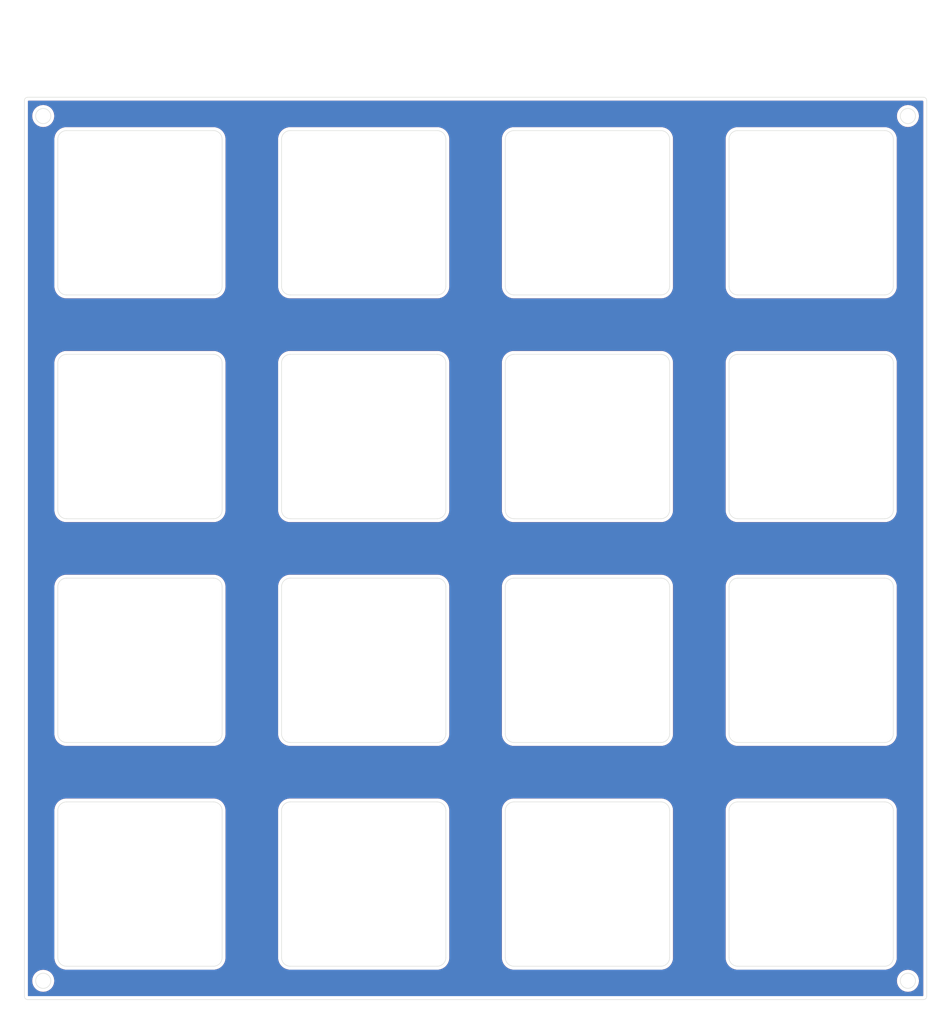
<source format=kicad_pcb>
(kicad_pcb
	(version 20240108)
	(generator "pcbnew")
	(generator_version "8.0")
	(general
		(thickness 1)
		(legacy_teardrops no)
	)
	(paper "A4")
	(layers
		(0 "F.Cu" signal)
		(31 "B.Cu" signal)
		(32 "B.Adhes" user "B.Adhesive")
		(33 "F.Adhes" user "F.Adhesive")
		(34 "B.Paste" user)
		(35 "F.Paste" user)
		(36 "B.SilkS" user "B.Silkscreen")
		(37 "F.SilkS" user "F.Silkscreen")
		(38 "B.Mask" user)
		(39 "F.Mask" user)
		(40 "Dwgs.User" user "User.Drawings")
		(41 "Cmts.User" user "User.Comments")
		(42 "Eco1.User" user "User.Eco1")
		(43 "Eco2.User" user "User.Eco2")
		(44 "Edge.Cuts" user)
		(45 "Margin" user)
		(46 "B.CrtYd" user "B.Courtyard")
		(47 "F.CrtYd" user "F.Courtyard")
		(48 "B.Fab" user)
		(49 "F.Fab" user)
	)
	(setup
		(stackup
			(layer "F.SilkS"
				(type "Top Silk Screen")
			)
			(layer "F.Paste"
				(type "Top Solder Paste")
			)
			(layer "F.Mask"
				(type "Top Solder Mask")
				(thickness 0.01)
			)
			(layer "F.Cu"
				(type "copper")
				(thickness 0.035)
			)
			(layer "dielectric 1"
				(type "core")
				(thickness 0.91)
				(material "FR4")
				(epsilon_r 4.5)
				(loss_tangent 0.02)
			)
			(layer "B.Cu"
				(type "copper")
				(thickness 0.035)
			)
			(layer "B.Mask"
				(type "Bottom Solder Mask")
				(thickness 0.01)
			)
			(layer "B.Paste"
				(type "Bottom Solder Paste")
			)
			(layer "B.SilkS"
				(type "Bottom Silk Screen")
			)
			(copper_finish "None")
			(dielectric_constraints no)
		)
		(pad_to_mask_clearance 0)
		(allow_soldermask_bridges_in_footprints no)
		(aux_axis_origin 100 100)
		(grid_origin 100 100)
		(pcbplotparams
			(layerselection 0x00010fc_ffffffff)
			(plot_on_all_layers_selection 0x0000000_00000000)
			(disableapertmacros no)
			(usegerberextensions no)
			(usegerberattributes no)
			(usegerberadvancedattributes no)
			(creategerberjobfile no)
			(dashed_line_dash_ratio 12.000000)
			(dashed_line_gap_ratio 3.000000)
			(svgprecision 6)
			(plotframeref no)
			(viasonmask no)
			(mode 1)
			(useauxorigin no)
			(hpglpennumber 1)
			(hpglpenspeed 20)
			(hpglpendiameter 15.000000)
			(pdf_front_fp_property_popups yes)
			(pdf_back_fp_property_popups yes)
			(dxfpolygonmode yes)
			(dxfimperialunits yes)
			(dxfusepcbnewfont yes)
			(psnegative no)
			(psa4output no)
			(plotreference yes)
			(plotvalue yes)
			(plotfptext yes)
			(plotinvisibletext no)
			(sketchpadsonfab no)
			(subtractmaskfromsilk no)
			(outputformat 1)
			(mirror no)
			(drillshape 0)
			(scaleselection 1)
			(outputdirectory "../../../../../Desktop/mfg/")
		)
	)
	(net 0 "")
	(net 1 "GND")
	(gr_line
		(start 112.938125 61.185625)
		(end 112.938125 51.935625)
		(stroke
			(width 0.1)
			(type default)
		)
		(layer "Cmts.User")
		(uuid "11a4c0e7-e2bc-4863-ba1c-8fd1dd9f0d9d")
	)
	(gr_line
		(start 61.185625 138.814375)
		(end 61.185625 148.064375)
		(stroke
			(width 0.1)
			(type default)
		)
		(layer "Cmts.User")
		(uuid "218a71b0-e75d-404d-9424-4239c3218155")
	)
	(gr_line
		(start 100 100)
		(end 87.061875 103.688125)
		(stroke
			(width 0.1)
			(type default)
		)
		(layer "Cmts.User")
		(uuid "2820ad26-e953-414b-be58-73fb253c7637")
	)
	(gr_rect
		(start 59.995 59.995)
		(end 86.665 86.665)
		(stroke
			(width 0.05)
			(type dash)
		)
		(fill none)
		(layer "Cmts.User")
		(uuid "292f5b80-e61b-482f-a694-5ab859d8ba8e")
	)
	(gr_line
		(start 61.185625 61.185625)
		(end 61.185625 51.935625)
		(stroke
			(width 0.1)
			(type default)
		)
		(layer "Cmts.User")
		(uuid "29d796d5-8ebb-4f4f-aede-7ad55b2397d0")
	)
	(gr_line
		(start 100 100)
		(end 112.938125 103.688125)
		(stroke
			(width 0.1)
			(type default)
		)
		(layer "Cmts.User")
		(uuid "33d1646f-f3a5-4c82-8055-5012e3457f18")
	)
	(gr_line
		(start 61.185625 112.938125)
		(end 61.185625 103.688125)
		(stroke
			(width 0.1)
			(type default)
		)
		(layer "Cmts.User")
		(uuid "3e8ef2c1-8cb9-4982-a3c3-7996e41abfd6")
	)
	(gr_rect
		(start 112.938125 61.185625)
		(end 138.814375 87.061875)
		(stroke
			(width 0.05)
			(type default)
		)
		(fill none)
		(layer "Cmts.User")
		(uuid "3ffb4d23-f416-4df1-b303-e12720c3a8b3")
	)
	(gr_line
		(start 61.185625 87.061875)
		(end 61.185625 96.311875)
		(stroke
			(width 0.1)
			(type default)
		)
		(layer "Cmts.User")
		(uuid "46bb173c-e8a5-4f5c-8167-6e6ac83c6bee")
	)
	(gr_line
		(start 138.814375 138.814375)
		(end 138.814375 148.064375)
		(stroke
			(width 0.1)
			(type default)
		)
		(layer "Cmts.User")
		(uuid "5bbd61ba-ffd9-4b65-8a5a-1e0c7ea56f17")
	)
	(gr_line
		(start 100 100)
		(end 112.938125 96.311875)
		(stroke
			(width 0.1)
			(type default)
		)
		(layer "Cmts.User")
		(uuid "6156edcf-997b-4944-87d0-50885f071b9b")
	)
	(gr_line
		(start 138.814375 112.938125)
		(end 138.814375 103.688125)
		(stroke
			(width 0.1)
			(type default)
		)
		(layer "Cmts.User")
		(uuid "7005adff-61cb-4fdb-b017-59461ff0b6ef")
	)
	(gr_rect
		(start 59.995 113.335)
		(end 86.665 140.005)
		(stroke
			(width 0.05)
			(type dash)
		)
		(fill none)
		(layer "Cmts.User")
		(uuid "765f1d62-fb33-4272-b439-98a3099c2dd5")
	)
	(gr_line
		(start 100 100)
		(end 87.061875 96.311875)
		(stroke
			(width 0.1)
			(type default)
		)
		(layer "Cmts.User")
		(uuid "89a813fb-92a0-4050-aa67-a4bcd884c764")
	)
	(gr_line
		(start 87.061875 61.185625)
		(end 87.061875 51.935625)
		(stroke
			(width 0.1)
			(type default)
		)
		(layer "Cmts.User")
		(uuid "89cbf57d-dc15-45ee-a936-b922621c6c0f")
	)
	(gr_rect
		(start 86.665 59.995)
		(end 113.335 86.665)
		(stroke
			(width 0.05)
			(type dash)
		)
		(fill none)
		(layer "Cmts.User")
		(uuid "8e1b5911-52ff-4c5a-b1c3-a181b29cef90")
	)
	(gr_rect
		(start 113.335 113.335)
		(end 140.005 140.005)
		(stroke
			(width 0.05)
			(type dash)
		)
		(fill none)
		(layer "Cmts.User")
		(uuid "8f342e39-95a1-4627-9a6a-424797079659")
	)
	(gr_line
		(start 112.938125 138.814375)
		(end 112.938125 148.064375)
		(stroke
			(width 0.1)
			(type default)
		)
		(layer "Cmts.User")
		(uuid "960e584c-39ec-4ae5-8fb3-bc9a0148a413")
	)
	(gr_rect
		(start 86.665 113.335)
		(end 113.335 140.005)
		(stroke
			(width 0.05)
			(type dash)
		)
		(fill none)
		(layer "Cmts.User")
		(uuid "98b72e62-6993-4710-86c9-683bd113285b")
	)
	(gr_line
		(start 138.814375 61.185625)
		(end 138.814375 51.935625)
		(stroke
			(width 0.1)
			(type default)
		)
		(layer "Cmts.User")
		(uuid "9a9dd4cd-da0a-487c-a78a-a9dbcd50823c")
	)
	(gr_line
		(start 87.061875 112.938125)
		(end 87.061875 103.688125)
		(stroke
			(width 0.1)
			(type default)
		)
		(layer "Cmts.User")
		(uuid "a4533e51-6cf8-47fc-8d0d-eef77ef9ae5d")
	)
	(gr_rect
		(start 112.938125 112.938125)
		(end 138.814375 138.814375)
		(stroke
			(width 0.05)
			(type default)
		)
		(fill none)
		(layer "Cmts.User")
		(uuid "a933a992-00f1-4716-9e19-1735db1e98a6")
	)
	(gr_rect
		(start 87.061875 61.185625)
		(end 112.938125 87.061875)
		(stroke
			(width 0.05)
			(type default)
		)
		(fill none)
		(layer "Cmts.User")
		(uuid "aedb30b1-1983-4e0b-b193-45a76317b63b")
	)
	(gr_rect
		(start 87.061875 112.938125)
		(end 112.938125 138.814375)
		(stroke
			(width 0.05)
			(type default)
		)
		(fill none)
		(layer "Cmts.User")
		(uuid "b9a0228e-b0b8-4bc6-8eaf-708317302c6d")
	)
	(gr_line
		(start 112.938125 87.061875)
		(end 112.938125 96.311875)
		(stroke
			(width 0.1)
			(type default)
		)
		(layer "Cmts.User")
		(uuid "ba605b2f-931e-4d09-a5a0-f748e99df3cc")
	)
	(gr_rect
		(start 61.185625 112.938125)
		(end 87.061875 138.814375)
		(stroke
			(width 0.05)
			(type default)
		)
		(fill none)
		(layer "Cmts.User")
		(uuid "c49911a7-68d3-4ed9-b100-1760ac10cd3c")
	)
	(gr_line
		(start 112.938125 112.938125)
		(end 112.938125 103.688125)
		(stroke
			(width 0.1)
			(type default)
		)
		(layer "Cmts.User")
		(uuid "c7967df9-852a-4239-acae-5e2a137ac5fc")
	)
	(gr_line
		(start 87.061875 138.814375)
		(end 87.061875 148.064375)
		(stroke
			(width 0.1)
			(type default)
		)
		(layer "Cmts.User")
		(uuid "cd3b1af6-b523-455e-9884-bfc61a4cef76")
	)
	(gr_rect
		(start 61.185625 61.185625)
		(end 87.061875 87.061875)
		(stroke
			(width 0.05)
			(type default)
		)
		(fill none)
		(layer "Cmts.User")
		(uuid "cffb858d-be53-4248-9e2a-0cdbdeed12e2")
	)
	(gr_line
		(start 138.814375 87.061875)
		(end 138.814375 96.311875)
		(stroke
			(width 0.1)
			(type default)
		)
		(layer "Cmts.User")
		(uuid "df3fc21b-1ef5-4461-838e-b2bf00f19358")
	)
	(gr_rect
		(start 113.335 59.995)
		(end 140.005 86.665)
		(stroke
			(width 0.05)
			(type dash)
		)
		(fill none)
		(layer "Cmts.User")
		(uuid "fb9bae31-860f-4d6c-814c-ba06248e2a6b")
	)
	(gr_line
		(start 87.061875 87.061875)
		(end 87.061875 96.311875)
		(stroke
			(width 0.1)
			(type default)
		)
		(layer "Cmts.User")
		(uuid "fea3d628-6d12-4d66-aa76-eb39890f8187")
	)
	(gr_arc
		(start 52.685625 122.438125)
		(mid 51.978518 122.145232)
		(end 51.685625 121.438125)
		(stroke
			(width 0.05)
			(type default)
		)
		(layer "Edge.Cuts")
		(uuid "03bd9af2-d0be-46e6-b66d-2b055d51deef")
	)
	(gr_arc
		(start 70.685625 147.314375)
		(mid 70.392732 148.021482)
		(end 69.685625 148.314375)
		(stroke
			(width 0.05)
			(type default)
		)
		(layer "Edge.Cuts")
		(uuid "06d732d8-2de9-4253-b9c8-6aaa00427b60")
	)
	(gr_arc
		(start 95.561875 103.438125)
		(mid 96.268982 103.731018)
		(end 96.561875 104.438125)
		(stroke
			(width 0.05)
			(type default)
		)
		(layer "Edge.Cuts")
		(uuid "06e9f05c-19c1-4323-adfe-0e50c13c2d6b")
	)
	(gr_line
		(start 96.561875 78.561875)
		(end 96.561875 95.561875)
		(stroke
			(width 0.05)
			(type default)
		)
		(layer "Edge.Cuts")
		(uuid "07130773-94be-44bb-9c07-bdc828016d08")
	)
	(gr_arc
		(start 96.561875 69.685625)
		(mid 96.268963 70.392713)
		(end 95.561875 70.685625)
		(stroke
			(width 0.05)
			(type default)
		)
		(layer "Edge.Cuts")
		(uuid "07baa91d-7fd7-495a-8d86-955f90df57dc")
	)
	(gr_line
		(start 78.561875 77.561875)
		(end 95.561875 77.561875)
		(stroke
			(width 0.05)
			(type default)
		)
		(layer "Edge.Cuts")
		(uuid "07bfe658-2a91-4598-ac9f-649ecfbdfc35")
	)
	(gr_arc
		(start 47.825 48.2)
		(mid 47.934835 47.934835)
		(end 48.2 47.825)
		(stroke
			(width 0.05)
			(type default)
		)
		(layer "Edge.Cuts")
		(uuid "083ea32f-b307-427d-abd3-2d2f3952c432")
	)
	(gr_line
		(start 77.561875 69.685625)
		(end 77.561875 52.685625)
		(stroke
			(width 0.05)
			(type default)
		)
		(layer "Edge.Cuts")
		(uuid "0889a3da-fd27-4af5-83e7-3e2185edd301")
	)
	(gr_arc
		(start 147.314375 77.561875)
		(mid 148.021499 77.854751)
		(end 148.314375 78.561875)
		(stroke
			(width 0.05)
			(type default)
		)
		(layer "Edge.Cuts")
		(uuid "095e108d-5e11-4cb4-8e71-a28719c58b83")
	)
	(gr_line
		(start 70.685625 78.561875)
		(end 70.685625 95.561875)
		(stroke
			(width 0.05)
			(type default)
		)
		(layer "Edge.Cuts")
		(uuid "0b9185a1-44b9-4118-9827-975d0c9e276c")
	)
	(gr_arc
		(start 78.561875 70.685625)
		(mid 77.854776 70.392724)
		(end 77.561875 69.685625)
		(stroke
			(width 0.05)
			(type default)
		)
		(layer "Edge.Cuts")
		(uuid "0ca693df-4b86-4042-9149-6eff19256345")
	)
	(gr_arc
		(start 121.438125 51.685625)
		(mid 122.145214 51.978536)
		(end 122.438125 52.685625)
		(stroke
			(width 0.05)
			(type default)
		)
		(layer "Edge.Cuts")
		(uuid "0d247d8e-7519-4ada-bb37-5f9c9744d5db")
	)
	(gr_line
		(start 70.685625 104.438125)
		(end 70.685625 121.438125)
		(stroke
			(width 0.05)
			(type default)
		)
		(layer "Edge.Cuts")
		(uuid "0f1105a8-4bba-4507-a4bf-a8229f71889a")
	)
	(gr_arc
		(start 52.685625 70.685625)
		(mid 51.978529 70.392736)
		(end 51.685625 69.685625)
		(stroke
			(width 0.05)
			(type default)
		)
		(layer "Edge.Cuts")
		(uuid "1010eb2b-7e2f-4392-8379-a13787bfca02")
	)
	(gr_line
		(start 122.438125 130.314375)
		(end 122.438125 147.314375)
		(stroke
			(width 0.05)
			(type default)
		)
		(layer "Edge.Cuts")
		(uuid "10aecbce-a542-4900-b8f6-6253dee0caa9")
	)
	(gr_line
		(start 51.685625 121.438125)
		(end 51.685625 104.438125)
		(stroke
			(width 0.05)
			(type default)
		)
		(layer "Edge.Cuts")
		(uuid "1215e625-b66f-4979-9952-d9872ce71201")
	)
	(gr_line
		(start 77.561875 147.314375)
		(end 77.561875 130.314375)
		(stroke
			(width 0.05)
			(type default)
		)
		(layer "Edge.Cuts")
		(uuid "13688cd7-8355-4546-bcc6-01ec0dab4b53")
	)
	(gr_arc
		(start 78.561875 96.561875)
		(mid 77.854758 96.268977)
		(end 77.561875 95.561875)
		(stroke
			(width 0.05)
			(type default)
		)
		(layer "Edge.Cuts")
		(uuid "1670732c-792e-42ee-a146-73bbb2023f48")
	)
	(gr_line
		(start 121.438125 148.314375)
		(end 104.438125 148.314375)
		(stroke
			(width 0.05)
			(type default)
		)
		(layer "Edge.Cuts")
		(uuid "16b47123-f0da-40ce-8178-454ad2875d21")
	)
	(gr_line
		(start 52.685625 51.685625)
		(end 69.685625 51.685625)
		(stroke
			(width 0.05)
			(type default)
		)
		(layer "Edge.Cuts")
		(uuid "172ddaee-e055-42c5-b664-f23365241726")
	)
	(gr_arc
		(start 77.561875 130.314375)
		(mid 77.854768 129.607268)
		(end 78.561875 129.314375)
		(stroke
			(width 0.05)
			(type default)
		)
		(layer "Edge.Cuts")
		(uuid "17b9faa4-d34e-4939-a0e3-5948edb1c780")
	)
	(gr_line
		(start 70.685625 130.314375)
		(end 70.685625 147.314375)
		(stroke
			(width 0.05)
			(type default)
		)
		(layer "Edge.Cuts")
		(uuid "1866de38-c687-4acb-bf9d-1e57f3556ad3")
	)
	(gr_arc
		(start 70.685625 95.561875)
		(mid 70.392736 96.268971)
		(end 69.685625 96.561875)
		(stroke
			(width 0.05)
			(type default)
		)
		(layer "Edge.Cuts")
		(uuid "19100acb-df53-4c65-8d8a-c22a001e4d02")
	)
	(gr_line
		(start 130.314375 103.438125)
		(end 147.314375 103.438125)
		(stroke
			(width 0.05)
			(type default)
		)
		(layer "Edge.Cuts")
		(uuid "1b6747d4-495e-4d6d-afd0-1855592f7dd9")
	)
	(gr_arc
		(start 103.438125 52.685625)
		(mid 103.731011 51.978511)
		(end 104.438125 51.685625)
		(stroke
			(width 0.05)
			(type default)
		)
		(layer "Edge.Cuts")
		(uuid "1f88e957-f2e6-4251-b15e-b1f1cbe8875a")
	)
	(gr_arc
		(start 103.438125 104.438125)
		(mid 103.731018 103.731018)
		(end 104.438125 103.438125)
		(stroke
			(width 0.05)
			(type default)
		)
		(layer "Edge.Cuts")
		(uuid "213cff73-13db-4110-978a-56d59a7f4141")
	)
	(gr_arc
		(start 51.685625 130.314375)
		(mid 51.978518 129.607268)
		(end 52.685625 129.314375)
		(stroke
			(width 0.05)
			(type default)
		)
		(layer "Edge.Cuts")
		(uuid "28495e4a-6bd5-4567-acb9-759e8a035e8b")
	)
	(gr_line
		(start 122.438125 104.438125)
		(end 122.438125 121.438125)
		(stroke
			(width 0.05)
			(type default)
		)
		(layer "Edge.Cuts")
		(uuid "2891068d-5caa-447b-8142-ea0442f98d24")
	)
	(gr_arc
		(start 130.314375 122.438125)
		(mid 129.607268 122.145232)
		(end 129.314375 121.438125)
		(stroke
			(width 0.05)
			(type default)
		)
		(layer "Edge.Cuts")
		(uuid "2aa1dd33-d639-4b3c-b685-3f61fe18732e")
	)
	(gr_line
		(start 121.438125 96.561875)
		(end 104.438125 96.561875)
		(stroke
			(width 0.05)
			(type default)
		)
		(layer "Edge.Cuts")
		(uuid "2b95493e-5f03-4e73-b916-8de6951bd314")
	)
	(gr_line
		(start 77.561875 121.438125)
		(end 77.561875 104.438125)
		(stroke
			(width 0.05)
			(type default)
		)
		(layer "Edge.Cuts")
		(uuid "2cac89d5-1ad5-454a-b731-500c02d04ce8")
	)
	(gr_arc
		(start 69.685625 51.685625)
		(mid 70.392742 51.978523)
		(end 70.685625 52.685625)
		(stroke
			(width 0.05)
			(type default)
		)
		(layer "Edge.Cuts")
		(uuid "2f7250c3-ba07-41d6-b385-8a7deb473900")
	)
	(gr_arc
		(start 148.314375 69.685625)
		(mid 148.021464 70.392714)
		(end 147.314375 70.685625)
		(stroke
			(width 0.05)
			(type default)
		)
		(layer "Edge.Cuts")
		(uuid "30f2fe0c-0c52-48a1-9f89-665985ac4425")
	)
	(gr_arc
		(start 78.561875 122.438125)
		(mid 77.854768 122.145232)
		(end 77.561875 121.438125)
		(stroke
			(width 0.05)
			(type default)
		)
		(layer "Edge.Cuts")
		(uuid "31fa7f1f-ab8f-4a2e-bd77-381b4d5c7a83")
	)
	(gr_line
		(start 52.685625 103.438125)
		(end 69.685625 103.438125)
		(stroke
			(width 0.05)
			(type default)
		)
		(layer "Edge.Cuts")
		(uuid "33440ea4-6ab3-4dc3-a4dc-47f60c992fb5")
	)
	(gr_line
		(start 95.561875 122.438125)
		(end 78.561875 122.438125)
		(stroke
			(width 0.05)
			(type default)
		)
		(layer "Edge.Cuts")
		(uuid "362cce66-985e-4482-b7d1-8f5b0dfa1230")
	)
	(gr_line
		(start 129.314375 121.438125)
		(end 129.314375 104.438125)
		(stroke
			(width 0.05)
			(type default)
		)
		(layer "Edge.Cuts")
		(uuid "38856980-2478-49e4-8379-613211d3cfe0")
	)
	(gr_line
		(start 104.438125 103.438125)
		(end 121.438125 103.438125)
		(stroke
			(width 0.05)
			(type default)
		)
		(layer "Edge.Cuts")
		(uuid "3c4a071f-bef3-4a8c-908e-759f1613d32e")
	)
	(gr_line
		(start 78.561875 129.314375)
		(end 95.561875 129.314375)
		(stroke
			(width 0.05)
			(type default)
		)
		(layer "Edge.Cuts")
		(uuid "3d473689-8b5d-4aa6-92c9-0960bd526a8a")
	)
	(gr_line
		(start 78.561875 51.685625)
		(end 95.561875 51.685625)
		(stroke
			(width 0.05)
			(type default)
		)
		(layer "Edge.Cuts")
		(uuid "3dc4d703-be42-493c-8324-dceed81074b5")
	)
	(gr_arc
		(start 103.438125 78.561875)
		(mid 103.731036 77.854786)
		(end 104.438125 77.561875)
		(stroke
			(width 0.05)
			(type default)
		)
		(layer "Edge.Cuts")
		(uuid "3e4abd0b-89de-4214-b651-a578d44fc9da")
	)
	(gr_arc
		(start 104.438125 96.561875)
		(mid 103.731011 96.268989)
		(end 103.438125 95.561875)
		(stroke
			(width 0.05)
			(type default)
		)
		(layer "Edge.Cuts")
		(uuid "4253e8a2-ae99-4b3e-986c-388a07ac99ca")
	)
	(gr_arc
		(start 122.438125 95.561875)
		(mid 122.145249 96.268999)
		(end 121.438125 96.561875)
		(stroke
			(width 0.05)
			(type default)
		)
		(layer "Edge.Cuts")
		(uuid "43cc7180-e89f-4e64-b5dd-18cca922965a")
	)
	(gr_arc
		(start 103.438125 130.314375)
		(mid 103.731018 129.607268)
		(end 104.438125 129.314375)
		(stroke
			(width 0.05)
			(type default)
		)
		(layer "Edge.Cuts")
		(uuid "43f0bd06-766f-4ef8-8026-86d76e9b8755")
	)
	(gr_line
		(start 47.825 151.8)
		(end 47.825 48.2)
		(stroke
			(width 0.05)
			(type default)
		)
		(layer "Edge.Cuts")
		(uuid "454b795b-519a-400d-b355-a98c0b7560ae")
	)
	(gr_line
		(start 148.314375 104.438125)
		(end 148.314375 121.438125)
		(stroke
			(width 0.05)
			(type default)
		)
		(layer "Edge.Cuts")
		(uuid "45780aa5-664d-4398-b57a-4df74fee15d2")
	)
	(gr_line
		(start 52.685625 77.561875)
		(end 69.685625 77.561875)
		(stroke
			(width 0.05)
			(type default)
		)
		(layer "Edge.Cuts")
		(uuid "46bc4914-3830-431e-80de-9977dc76748c")
	)
	(gr_line
		(start 148.314375 78.561875)
		(end 148.314375 95.561875)
		(stroke
			(width 0.05)
			(type default)
		)
		(layer "Edge.Cuts")
		(uuid "47a3849d-464e-46d1-8126-9fe63e8dc9af")
	)
	(gr_line
		(start 95.561875 70.685625)
		(end 78.561875 70.685625)
		(stroke
			(width 0.05)
			(type default)
		)
		(layer "Edge.Cuts")
		(uuid "4fe38deb-c12c-4874-827c-399f58c21685")
	)
	(gr_line
		(start 147.314375 122.438125)
		(end 130.314375 122.438125)
		(stroke
			(width 0.05)
			(type default)
		)
		(layer "Edge.Cuts")
		(uuid "50e8f5bf-0f8d-4dd2-9769-b0c00d9383db")
	)
	(gr_line
		(start 103.438125 147.314375)
		(end 103.438125 130.314375)
		(stroke
			(width 0.05)
			(type default)
		)
		(layer "Edge.Cuts")
		(uuid "552bf806-18a7-4eb0-97d6-34bf7ee5af73")
	)
	(gr_arc
		(start 104.438125 122.438125)
		(mid 103.731018 122.145232)
		(end 103.438125 121.438125)
		(stroke
			(width 0.05)
			(type default)
		)
		(layer "Edge.Cuts")
		(uuid "5549a63d-3741-4cac-84ec-a6d792d4356d")
	)
	(gr_line
		(start 69.685625 148.314375)
		(end 52.685625 148.314375)
		(stroke
			(width 0.05)
			(type default)
		)
		(layer "Edge.Cuts")
		(uuid "562e8ffb-543f-433b-8019-9d397f683e0f")
	)
	(gr_circle
		(center 50 150)
		(end 50.875 150)
		(stroke
			(width 0.05)
			(type default)
		)
		(fill none)
		(layer "Edge.Cuts")
		(uuid "56938745-01aa-4e55-a39c-08ab78074926")
	)
	(gr_line
		(start 69.685625 122.438125)
		(end 52.685625 122.438125)
		(stroke
			(width 0.05)
			(type default)
		)
		(layer "Edge.Cuts")
		(uuid "573a041c-9c3c-41ea-946c-296ea60bfd51")
	)
	(gr_arc
		(start 77.561875 52.685625)
		(mid 77.854749 51.978499)
		(end 78.561875 51.685625)
		(stroke
			(width 0.05)
			(type default)
		)
		(layer "Edge.Cuts")
		(uuid "573af198-d6c0-4919-8470-b6a608865b94")
	)
	(gr_line
		(start 95.561875 96.561875)
		(end 78.561875 96.561875)
		(stroke
			(width 0.05)
			(type default)
		)
		(layer "Edge.Cuts")
		(uuid "5a7e446d-7ae6-4c91-a63e-d1dcec426953")
	)
	(gr_arc
		(start 122.438125 147.314375)
		(mid 122.145232 148.021482)
		(end 121.438125 148.314375)
		(stroke
			(width 0.05)
			(type default)
		)
		(layer "Edge.Cuts")
		(uuid "5b7c21ad-45a6-4cb9-9a75-74c9e87b7c60")
	)
	(gr_arc
		(start 51.685625 104.438125)
		(mid 51.978518 103.731018)
		(end 52.685625 103.438125)
		(stroke
			(width 0.05)
			(type default)
		)
		(layer "Edge.Cuts")
		(uuid "5f2a939d-23fe-451e-a2a2-d3c5f9907936")
	)
	(gr_line
		(start 96.561875 104.438125)
		(end 96.561875 121.438125)
		(stroke
			(width 0.05)
			(type default)
		)
		(layer "Edge.Cuts")
		(uuid "6284631d-9d75-4bd5-9097-feeb7a053d99")
	)
	(gr_line
		(start 104.438125 77.561875)
		(end 121.438125 77.561875)
		(stroke
			(width 0.05)
			(type default)
		)
		(layer "Edge.Cuts")
		(uuid "690e2c1c-d182-4e28-80f5-69b9c065b90f")
	)
	(gr_arc
		(start 77.561875 78.561875)
		(mid 77.854776 77.854776)
		(end 78.561875 77.561875)
		(stroke
			(width 0.05)
			(type default)
		)
		(layer "Edge.Cuts")
		(uuid "6bbd2d2a-7db9-4e1a-97f0-17771ecb98e8")
	)
	(gr_arc
		(start 70.685625 69.685625)
		(mid 70.392724 70.392724)
		(end 69.685625 70.685625)
		(stroke
			(width 0.05)
			(type default)
		)
		(layer "Edge.Cuts")
		(uuid "6cefdcaa-a7f7-4720-982d-c2e2c0302a44")
	)
	(gr_circle
		(center 50 50)
		(end 50.875 50)
		(stroke
			(width 0.05)
			(type default)
		)
		(fill none)
		(layer "Edge.Cuts")
		(uuid "6d0bc10f-0a50-41ca-a46f-43cec27b0461")
	)
	(gr_line
		(start 69.685625 70.685625)
		(end 52.685625 70.685625)
		(stroke
			(width 0.05)
			(type default)
		)
		(layer "Edge.Cuts")
		(uuid "6e2b969e-8d6b-4d80-b013-b0fa09608d00")
	)
	(gr_line
		(start 130.314375 129.314375)
		(end 147.314375 129.314375)
		(stroke
			(width 0.05)
			(type default)
		)
		(layer "Edge.Cuts")
		(uuid "6e835f02-6bf1-416b-8cee-debc6dd2e604")
	)
	(gr_arc
		(start 148.314375 95.561875)
		(mid 148.021489 96.268989)
		(end 147.314375 96.561875)
		(stroke
			(width 0.05)
			(type default)
		)
		(layer "Edge.Cuts")
		(uuid "7166a401-5e58-4a58-a521-9f11ffdef1cd")
	)
	(gr_line
		(start 148.314375 52.685625)
		(end 148.314375 69.685625)
		(stroke
			(width 0.05)
			(type default)
		)
		(layer "Edge.Cuts")
		(uuid "7193f1c8-7694-4766-80a8-0438ae741e8f")
	)
	(gr_line
		(start 122.438125 78.561875)
		(end 122.438125 95.561875)
		(stroke
			(width 0.05)
			(type default)
		)
		(layer "Edge.Cuts")
		(uuid "71acdb34-7905-4271-aa0c-1e82994e93b9")
	)
	(gr_arc
		(start 147.314375 129.314375)
		(mid 148.021482 129.607268)
		(end 148.314375 130.314375)
		(stroke
			(width 0.05)
			(type default)
		)
		(layer "Edge.Cuts")
		(uuid "739b03c2-34ca-4d0a-85fe-25675df4d941")
	)
	(gr_arc
		(start 95.561875 77.561875)
		(mid 96.269001 77.854749)
		(end 96.561875 78.561875)
		(stroke
			(width 0.05)
			(type default)
		)
		(layer "Edge.Cuts")
		(uuid "73a57301-ec25-4c9b-9626-f5f02d4539a7")
	)
	(gr_arc
		(start 96.561875 95.561875)
		(mid 96.268989 96.268989)
		(end 95.561875 96.561875)
		(stroke
			(width 0.05)
			(type default)
		)
		(layer "Edge.Cuts")
		(uuid "75222a3c-2905-47e1-8f5c-2e21a8816d5a")
	)
	(gr_line
		(start 69.685625 96.561875)
		(end 52.685625 96.561875)
		(stroke
			(width 0.05)
			(type default)
		)
		(layer "Edge.Cuts")
		(uuid "78936f7f-6542-444b-9a71-ad41b5bf3952")
	)
	(gr_arc
		(start 69.685625 103.438125)
		(mid 70.392732 103.731018)
		(end 70.685625 104.438125)
		(stroke
			(width 0.05)
			(type default)
		)
		(layer "Edge.Cuts")
		(uuid "79907451-e49d-46c7-9d5e-3de78ecacaad")
	)
	(gr_arc
		(start 104.438125 148.314375)
		(mid 103.731018 148.021482)
		(end 103.438125 147.314375)
		(stroke
			(width 0.05)
			(type default)
		)
		(layer "Edge.Cuts")
		(uuid "7c141922-0970-48ba-89a2-66b294bc6628")
	)
	(gr_arc
		(start 130.314375 70.685625)
		(mid 129.607276 70.392724)
		(end 129.314375 69.685625)
		(stroke
			(width 0.05)
			(type default)
		)
		(layer "Edge.Cuts")
		(uuid "7f4cdf43-bf95-4b25-ab23-38050376b1b4")
	)
	(gr_arc
		(start 129.314375 130.314375)
		(mid 129.607268 129.607268)
		(end 130.314375 129.314375)
		(stroke
			(width 0.05)
			(type default)
		)
		(layer "Edge.Cuts")
		(uuid "849bb748-8f32-4f75-a157-66b0e0a658a4")
	)
	(gr_line
		(start 121.438125 122.438125)
		(end 104.438125 122.438125)
		(stroke
			(width 0.05)
			(type default)
		)
		(layer "Edge.Cuts")
		(uuid "870717d8-e456-41df-aa38-3fa70cdbbaa9")
	)
	(gr_arc
		(start 148.314375 121.438125)
		(mid 148.021482 122.145232)
		(end 147.314375 122.438125)
		(stroke
			(width 0.05)
			(type default)
		)
		(layer "Edge.Cuts")
		(uuid "873a9106-8b52-4b73-8347-2051f91d9116")
	)
	(gr_arc
		(start 96.561875 121.438125)
		(mid 96.268982 122.145232)
		(end 95.561875 122.438125)
		(stroke
			(width 0.05)
			(type default)
		)
		(layer "Edge.Cuts")
		(uuid "8759b37b-90b5-40a8-a17d-cf706f692fe6")
	)
	(gr_arc
		(start 121.438125 103.438125)
		(mid 122.145232 103.731018)
		(end 122.438125 104.438125)
		(stroke
			(width 0.05)
			(type default)
		)
		(layer "Edge.Cuts")
		(uuid "876ba126-0f1e-45de-b125-3ed204445f5a")
	)
	(gr_arc
		(start 130.314375 148.314375)
		(mid 129.607268 148.021482)
		(end 129.314375 147.314375)
		(stroke
			(width 0.05)
			(type default)
		)
		(layer "Edge.Cuts")
		(uuid "88283de8-fe31-4f3c-b812-b9ebd146ce22")
	)
	(gr_arc
		(start 70.685625 121.438125)
		(mid 70.392732 122.145232)
		(end 69.685625 122.438125)
		(stroke
			(width 0.05)
			(type default)
		)
		(layer "Edge.Cuts")
		(uuid "8a83b1ee-7a02-4642-859f-5baa18e02dcb")
	)
	(gr_line
		(start 51.685625 95.561875)
		(end 51.685625 78.561875)
		(stroke
			(width 0.05)
			(type default)
		)
		(layer "Edge.Cuts")
		(uuid "8e409243-7fb8-4728-aa89-993bc2ada2aa")
	)
	(gr_arc
		(start 122.438125 121.438125)
		(mid 122.145232 122.145232)
		(end 121.438125 122.438125)
		(stroke
			(width 0.05)
			(type default)
		)
		(layer "Edge.Cuts")
		(uuid "8f48f7a1-58b5-4ea1-b7ba-c43f1c4210a7")
	)
	(gr_line
		(start 103.438125 69.685625)
		(end 103.438125 52.685625)
		(stroke
			(width 0.05)
			(type default)
		)
		(layer "Edge.Cuts")
		(uuid "90921bd3-a662-4b16-a224-efd19df4e342")
	)
	(gr_arc
		(start 78.561875 148.314375)
		(mid 77.854768 148.021482)
		(end 77.561875 147.314375)
		(stroke
			(width 0.05)
			(type default)
		)
		(layer "Edge.Cuts")
		(uuid "93bc58c8-17f6-4418-b629-352070214a48")
	)
	(gr_arc
		(start 104.438125 70.685625)
		(mid 103.731001 70.392749)
		(end 103.438125 69.685625)
		(stroke
			(width 0.05)
			(type default)
		)
		(layer "Edge.Cuts")
		(uuid "9584de17-29fe-4fa4-8398-cb1daf31db47")
	)
	(gr_line
		(start 121.438125 70.685625)
		(end 104.438125 70.685625)
		(stroke
			(width 0.05)
			(type default)
		)
		(layer "Edge.Cuts")
		(uuid "95a373db-0d7f-437b-a25e-551e29244027")
	)
	(gr_circle
		(center 150 50)
		(end 150.875 50)
		(stroke
			(width 0.05)
			(type default)
		)
		(fill none)
		(layer "Edge.Cuts")
		(uuid "99a7e69d-25c2-4716-9558-5e3862a88201")
	)
	(gr_line
		(start 96.561875 130.314375)
		(end 96.561875 147.314375)
		(stroke
			(width 0.05)
			(type default)
		)
		(layer "Edge.Cuts")
		(uuid "9a65fe32-b22d-4646-8a55-43f8f511ec9c")
	)
	(gr_line
		(start 130.314375 51.685625)
		(end 147.314375 51.685625)
		(stroke
			(width 0.05)
			(type default)
		)
		(layer "Edge.Cuts")
		(uuid "9f5c331c-514d-4db2-a17b-afa16aa7d357")
	)
	(gr_arc
		(start 69.685625 129.314375)
		(mid 70.392732 129.607268)
		(end 70.685625 130.314375)
		(stroke
			(width 0.05)
			(type default)
		)
		(layer "Edge.Cuts")
		(uuid "9fb6b5ec-241f-4ac5-9b1e-dadba48c00e2")
	)
	(gr_arc
		(start 48.2 152.175)
		(mid 47.934835 152.065165)
		(end 47.825 151.8)
		(stroke
			(width 0.05)
			(type default)
		)
		(layer "Edge.Cuts")
		(uuid "a3329e6c-e28d-4014-bb27-043462f3e0a6")
	)
	(gr_arc
		(start 147.314375 103.438125)
		(mid 148.021482 103.731018)
		(end 148.314375 104.438125)
		(stroke
			(width 0.05)
			(type default)
		)
		(layer "Edge.Cuts")
		(uuid "a361c33b-3b5c-4f19-8046-6af01f0faa51")
	)
	(gr_arc
		(start 51.685625 78.561875)
		(mid 51.978523 77.854758)
		(end 52.685625 77.561875)
		(stroke
			(width 0.05)
			(type default)
		)
		(layer "Edge.Cuts")
		(uuid "a66d8001-1689-49d6-ba18-35f77f3b466b")
	)
	(gr_line
		(start 147.314375 96.561875)
		(end 130.314375 96.561875)
		(stroke
			(width 0.05)
			(type default)
		)
		(layer "Edge.Cuts")
		(uuid "a8c49966-d303-478a-a509-6a03cf672ebe")
	)
	(gr_line
		(start 129.314375 69.685625)
		(end 129.314375 52.685625)
		(stroke
			(width 0.05)
			(type default)
		)
		(layer "Edge.Cuts")
		(uuid "ac7827df-3c33-42ce-9824-8bd259187cc6")
	)
	(gr_line
		(start 70.685625 52.685625)
		(end 70.685625 69.685625)
		(stroke
			(width 0.05)
			(type default)
		)
		(layer "Edge.Cuts")
		(uuid "aeecce00-52c8-4609-acb2-7c24b9127c5b")
	)
	(gr_arc
		(start 129.314375 78.561875)
		(mid 129.607276 77.854776)
		(end 130.314375 77.561875)
		(stroke
			(width 0.05)
			(type default)
		)
		(layer "Edge.Cuts")
		(uuid "afcee502-44de-410b-85c8-f15b7a700494")
	)
	(gr_line
		(start 104.438125 51.685625)
		(end 121.438125 51.685625)
		(stroke
			(width 0.05)
			(type default)
		)
		(layer "Edge.Cuts")
		(uuid "b9420f2a-9bdf-4c23-a655-252037e27e9f")
	)
	(gr_arc
		(start 130.314375 96.561875)
		(mid 129.607286 96.268964)
		(end 129.314375 95.561875)
		(stroke
			(width 0.05)
			(type default)
		)
		(layer "Edge.Cuts")
		(uuid "b988d6a7-6e34-44d2-9ba4-e442b9c2b8d9")
	)
	(gr_arc
		(start 77.561875 104.438125)
		(mid 77.854768 103.731018)
		(end 78.561875 103.438125)
		(stroke
			(width 0.05)
			(type default)
		)
		(layer "Edge.Cuts")
		(uuid "ba4e6aaf-6e06-46c8-a2b4-219fc53170bc")
	)
	(gr_arc
		(start 129.314375 104.438125)
		(mid 129.607268 103.731018)
		(end 130.314375 103.438125)
		(stroke
			(width 0.05)
			(type default)
		)
		(layer "Edge.Cuts")
		(uuid "ba6d2747-2770-4a0d-b3f4-40f0e617744d")
	)
	(gr_arc
		(start 147.314375 51.685625)
		(mid 148.021489 51.978511)
		(end 148.314375 52.685625)
		(stroke
			(width 0.05)
			(type default)
		)
		(layer "Edge.Cuts")
		(uuid "bd2ec41a-4e66-451e-b92d-4e7ca9363fb5")
	)
	(gr_arc
		(start 95.561875 129.314375)
		(mid 96.268982 129.607268)
		(end 96.561875 130.314375)
		(stroke
			(width 0.05)
			(type default)
		)
		(layer "Edge.Cuts")
		(uuid "bf1a2d0b-b669-4e25-b560-409da17bb6f7")
	)
	(gr_arc
		(start 96.561875 147.314375)
		(mid 96.268982 148.021482)
		(end 95.561875 148.314375)
		(stroke
			(width 0.05)
			(type default)
		)
		(layer "Edge.Cuts")
		(uuid "bf26b3c3-4ed3-4fa6-9413-159c04b59297")
	)
	(gr_line
		(start 152.175 48.2)
		(end 152.175 151.8)
		(stroke
			(width 0.05)
			(type default)
		)
		(layer "Edge.Cuts")
		(uuid "c06f1b47-1c1e-4e79-81ee-b86ba353a39e")
	)
	(gr_line
		(start 147.314375 148.314375)
		(end 130.314375 148.314375)
		(stroke
			(width 0.05)
			(type default)
		)
		(layer "Edge.Cuts")
		(uuid "c201f439-ff12-4679-9bc9-e8ad8f595224")
	)
	(gr_line
		(start 103.438125 95.561875)
		(end 103.438125 78.561875)
		(stroke
			(width 0.05)
			(type default)
		)
		(layer "Edge.Cuts")
		(uuid "c6946cbd-3aff-4dab-9039-2c004dfe0aa7")
	)
	(gr_line
		(start 96.561875 52.685625)
		(end 96.561875 69.685625)
		(stroke
			(width 0.05)
			(type default)
		)
		(layer "Edge.Cuts")
		(uuid "c7ce6e7f-0953-486d-86b9-971dd668e9f7")
	)
	(gr_line
		(start 151.8 152.175)
		(end 48.2 152.175)
		(stroke
			(width 0.05)
			(type default)
		)
		(layer "Edge.Cuts")
		(uuid "cd48f393-7870-4686-a4a9-df5b0d61808c")
	)
	(gr_line
		(start 51.685625 69.685625)
		(end 51.685625 52.685625)
		(stroke
			(width 0.05)
			(type default)
		)
		(layer "Edge.Cuts")
		(uuid "cde1f1e0-e874-4dbf-9f98-f0fe8ee6c2d0")
	)
	(gr_arc
		(start 121.438125 77.561875)
		(mid 122.145224 77.854776)
		(end 122.438125 78.561875)
		(stroke
			(width 0.05)
			(type default)
		)
		(layer "Edge.Cuts")
		(uuid "cfd80c4d-01f4-4079-9d18-9a4f7d42d2a9")
	)
	(gr_line
		(start 130.314375 77.561875)
		(end 147.314375 77.561875)
		(stroke
			(width 0.05)
			(type default)
		)
		(layer "Edge.Cuts")
		(uuid "cfdbd5cf-23c2-43ef-9023-9a7ebfa32126")
	)
	(gr_line
		(start 95.561875 148.314375)
		(end 78.561875 148.314375)
		(stroke
			(width 0.05)
			(type default)
		)
		(layer "Edge.Cuts")
		(uuid "cffcf30e-d9a6-4eb9-ad37-42b33d02c2bd")
	)
	(gr_line
		(start 147.314375 70.685625)
		(end 130.314375 70.685625)
		(stroke
			(width 0.05)
			(type default)
		)
		(layer "Edge.Cuts")
		(uuid "d01a15a4-5a20-491d-9dc2-81f8408ee306")
	)
	(gr_arc
		(start 121.438125 129.314375)
		(mid 122.145232 129.607268)
		(end 122.438125 130.314375)
		(stroke
			(width 0.05)
			(type default)
		)
		(layer "Edge.Cuts")
		(uuid "d8c4b0e5-d2c6-438e-a5af-b89fdc39a285")
	)
	(gr_line
		(start 52.685625 129.314375)
		(end 69.685625 129.314375)
		(stroke
			(width 0.05)
			(type default)
		)
		(layer "Edge.Cuts")
		(uuid "d9967b15-5fcb-4d8d-86e4-c96b34978998")
	)
	(gr_arc
		(start 51.685625 52.685625)
		(mid 51.978511 51.978511)
		(end 52.685625 51.685625)
		(stroke
			(width 0.05)
			(type default)
		)
		(layer "Edge.Cuts")
		(uuid "da10a864-21c4-4f50-b2f4-67db6f836c44")
	)
	(gr_line
		(start 104.438125 129.314375)
		(end 121.438125 129.314375)
		(stroke
			(width 0.05)
			(type default)
		)
		(layer "Edge.Cuts")
		(uuid "db1fc1f3-b0f2-4428-9021-617493744083")
	)
	(gr_line
		(start 78.561875 103.438125)
		(end 95.561875 103.438125)
		(stroke
			(width 0.05)
			(type default)
		)
		(layer "Edge.Cuts")
		(uuid "df55e618-5e4d-4e8b-ad47-294ba35e4f1d")
	)
	(gr_arc
		(start 52.685625 148.314375)
		(mid 51.978518 148.021482)
		(end 51.685625 147.314375)
		(stroke
			(width 0.05)
			(type default)
		)
		(layer "Edge.Cuts")
		(uuid "dfc336ad-56b2-4812-9693-07fa082df55f")
	)
	(gr_arc
		(start 148.314375 147.314375)
		(mid 148.021482 148.021482)
		(end 147.314375 148.314375)
		(stroke
			(width 0.05)
			(type default)
		)
		(layer "Edge.Cuts")
		(uuid "e01a120e-5000-46df-aaba-5788424db02b")
	)
	(gr_arc
		(start 151.8 47.825)
		(mid 152.065165 47.934835)
		(end 152.175 48.2)
		(stroke
			(width 0.05)
			(type default)
		)
		(layer "Edge.Cuts")
		(uuid "e183ee8a-4916-49dc-b2bd-069dd81a16d5")
	)
	(gr_line
		(start 51.685625 147.314375)
		(end 51.685625 130.314375)
		(stroke
			(width 0.05)
			(type default)
		)
		(layer "Edge.Cuts")
		(uuid "e649193e-9341-4d3f-8bfd-c867e1778ae1")
	)
	(gr_circle
		(center 150 150)
		(end 150.875 150)
		(stroke
			(width 0.05)
			(type default)
		)
		(fill none)
		(layer "Edge.Cuts")
		(uuid "e7bae3c7-24cb-4b5e-83e5-e537fca5537f")
	)
	(gr_arc
		(start 95.561875 51.685625)
		(mid 96.268989 51.978511)
		(end 96.561875 52.685625)
		(stroke
			(width 0.05)
			(type default)
		)
		(layer "Edge.Cuts")
		(uuid "e91b5bb5-3e42-4ed1-9935-226abd01a463")
	)
	(gr_arc
		(start 122.438125 69.685625)
		(mid 122.145224 70.392724)
		(end 121.438125 70.685625)
		(stroke
			(width 0.05)
			(type default)
		)
		(layer "Edge.Cuts")
		(uuid "ea622794-8fc7-4566-9e8d-04b36f724fe2")
	)
	(gr_line
		(start 77.561875 95.561875)
		(end 77.561875 78.561875)
		(stroke
			(width 0.05)
			(type default)
		)
		(layer "Edge.Cuts")
		(uuid "eb577111-7322-4378-8638-d0357a27ef1b")
	)
	(gr_arc
		(start 152.175 151.8)
		(mid 152.065165 152.065165)
		(end 151.8 152.175)
		(stroke
			(width 0.05)
			(type default)
		)
		(layer "Edge.Cuts")
		(uuid "ebe8715c-18d0-45ee-860e-8dab93bff336")
	)
	(gr_line
		(start 129.314375 95.561875)
		(end 129.314375 78.561875)
		(stroke
			(width 0.05)
			(type default)
		)
		(layer "Edge.Cuts")
		(uuid "ec87601b-ad7a-424a-a00c-8435476c5f5d")
	)
	(gr_arc
		(start 129.314375 52.685625)
		(mid 129.607251 51.978501)
		(end 130.314375 51.685625)
		(stroke
			(width 0.05)
			(type default)
		)
		(layer "Edge.Cuts")
		(uuid "ee73a105-cd68-4dc1-bc87-84b8a43f78d7")
	)
	(gr_arc
		(start 52.685625 96.561875)
		(mid 51.978511 96.268989)
		(end 51.685625 95.561875)
		(stroke
			(width 0.05)
			(type default)
		)
		(layer "Edge.Cuts")
		(uuid "f3c3bdfd-d7ce-4880-81bb-a9c37332fce2")
	)
	(gr_line
		(start 48.2 47.825)
		(end 151.8 47.825)
		(stroke
			(width 0.05)
			(type default)
		)
		(layer "Edge.Cuts")
		(uuid "f5ab47ea-986a-48bc-8942-916193eb5d2e")
	)
	(gr_line
		(start 122.438125 52.685625)
		(end 122.438125 69.685625)
		(stroke
			(width 0.05)
			(type default)
		)
		(layer "Edge.Cuts")
		(uuid "f726d003-2497-472c-a385-357e8b2f558e")
	)
	(gr_line
		(start 129.314375 147.314375)
		(end 129.314375 130.314375)
		(stroke
			(width 0.05)
			(type default)
		)
		(layer "Edge.Cuts")
		(uuid "f7748aca-07a9-4c6a-8dbb-1aa90d6b5047")
	)
	(gr_line
		(start 148.314375 130.314375)
		(end 148.314375 147.314375)
		(stroke
			(width 0.05)
			(type default)
		)
		(layer "Edge.Cuts")
		(uuid "f9f07f23-532d-490a-b324-152783a2d038")
	)
	(gr_line
		(start 103.438125 121.438125)
		(end 103.438125 104.438125)
		(stroke
			(width 0.05)
			(type default)
		)
		(layer "Edge.Cuts")
		(uuid "faccfca9-1025-425b-a481-e6e01cfa4901")
	)
	(gr_arc
		(start 69.685625 77.561875)
		(mid 70.392724 77.854776)
		(end 70.685625 78.561875)
		(stroke
			(width 0.05)
			(type default)
		)
		(layer "Edge.Cuts")
		(uuid "ff2fbb4e-e89a-4961-92c7-e71dcd8f26af")
	)
	(gr_text "Default Routing Grid: 0,2500 mm\nAnalog Routing Grid: 0,1270 mm\nLED Routing Grid: 0,6350 mm\n"
		(at 49.835 39.04 0)
		(layer "Cmts.User")
		(uuid "ccd05413-6182-4c46-9592-3bd8f3b8472e")
		(effects
			(font
				(size 1 1)
				(thickness 0.15)
			)
			(justify left)
		)
	)
	(zone
		(net 1)
		(net_name "GND")
		(layer "F.Cu")
		(uuid "ec792cd5-429c-4d89-9717-bd788424d15a")
		(hatch edge 0.508)
		(connect_pads
			(clearance 0.254)
		)
		(min_thickness 0.1524)
		(filled_areas_thickness no)
		(fill yes
			(thermal_gap 0.508)
			(thermal_bridge_width 0.254)
			(island_removal_mode 2)
			(island_area_min 10)
		)
		(polygon
			(pts
				(xy 45 45) (xy 46 41) (xy 48 41) (xy 49 45) (xy 155 45) (xy 155 155) (xy 45 155)
			)
		)
		(filled_polygon
			(layer "F.Cu")
			(pts
				(xy 151.747638 48.243093) (xy 151.773358 48.287642) (xy 151.7745 48.3007) (xy 151.7745 151.6993)
				(xy 151.756907 151.747638) (xy 151.712358 151.773358) (xy 151.6993 151.7745) (xy 48.3007 151.7745)
				(xy 48.252362 151.756907) (xy 48.226642 151.712358) (xy 48.2255 151.6993) (xy 48.2255 150) (xy 48.719628 150)
				(xy 48.739079 150.222329) (xy 48.796844 150.437912) (xy 48.796845 150.437916) (xy 48.891161 150.64018)
				(xy 49.019173 150.823001) (xy 49.019184 150.823014) (xy 49.176985 150.980815) (xy 49.176998 150.980826)
				(xy 49.268217 151.044697) (xy 49.359814 151.108835) (xy 49.359816 151.108835) (xy 49.359819 151.108838)
				(xy 49.528144 151.187328) (xy 49.562087 151.203156) (xy 49.777666 151.26092) (xy 50 151.280372)
				(xy 50.222334 151.26092) (xy 50.437913 151.203156) (xy 50.640186 151.108835) (xy 50.823007 150.980822)
				(xy 50.980822 150.823007) (xy 51.108835 150.640186) (xy 51.203156 150.437913) (xy 51.26092 150.222334)
				(xy 51.280372 150) (xy 148.719628 150) (xy 148.739079 150.222329) (xy 148.796844 150.437912) (xy 148.796845 150.437916)
				(xy 148.891161 150.64018) (xy 149.019173 150.823001) (xy 149.019184 150.823014) (xy 149.176985 150.980815)
				(xy 149.176998 150.980826) (xy 149.268217 151.044697) (xy 149.359814 151.108835) (xy 149.359816 151.108835)
				(xy 149.359819 151.108838) (xy 149.528144 151.187328) (xy 149.562087 151.203156) (xy 149.777666 151.26092)
				(xy 150 151.280372) (xy 150.222334 151.26092) (xy 150.437913 151.203156) (xy 150.640186 151.108835)
				(xy 150.823007 150.980822) (xy 150.980822 150.823007) (xy 151.108835 150.640186) (xy 151.203156 150.437913)
				(xy 151.26092 150.222334) (xy 151.280372 150) (xy 151.26092 149.777666) (xy 151.203156 149.562087)
				(xy 151.187328 149.528144) (xy 151.108838 149.359819) (xy 151.108835 149.359816) (xy 151.108835 149.359814)
				(xy 150.980822 149.176993) (xy 150.98082 149.176991) (xy 150.980815 149.176985) (xy 150.823014 149.019184)
				(xy 150.823001 149.019173) (xy 150.64018 148.891161) (xy 150.437916 148.796845) (xy 150.437914 148.796844)
				(xy 150.437913 148.796844) (xy 150.222334 148.73908) (xy 150.222332 148.739079) (xy 150.222329 148.739079)
				(xy 150 148.719628) (xy 149.77767 148.739079) (xy 149.562087 148.796844) (xy 149.562083 148.796845)
				(xy 149.359819 148.891161) (xy 149.176998 149.019173) (xy 149.176985 149.019184) (xy 149.019184 149.176985)
				(xy 149.019173 149.176998) (xy 148.891161 149.359819) (xy 148.796845 149.562083) (xy 148.796844 149.562087)
				(xy 148.739079 149.77767) (xy 148.719628 150) (xy 51.280372 150) (xy 51.26092 149.777666) (xy 51.203156 149.562087)
				(xy 51.187328 149.528144) (xy 51.108838 149.359819) (xy 51.108835 149.359816) (xy 51.108835 149.359814)
				(xy 50.980822 149.176993) (xy 50.98082 149.176991) (xy 50.980815 149.176985) (xy 50.823014 149.019184)
				(xy 50.823001 149.019173) (xy 50.64018 148.891161) (xy 50.437916 148.796845) (xy 50.437914 148.796844)
				(xy 50.437913 148.796844) (xy 50.222334 148.73908) (xy 50.222332 148.739079) (xy 50.222329 148.739079)
				(xy 50 148.719628) (xy 49.77767 148.739079) (xy 49.562087 148.796844) (xy 49.562083 148.796845)
				(xy 49.359819 148.891161) (xy 49.176998 149.019173) (xy 49.176985 149.019184) (xy 49.019184 149.176985)
				(xy 49.019173 149.176998) (xy 48.891161 149.359819) (xy 48.796845 149.562083) (xy 48.796844 149.562087)
				(xy 48.739079 149.77767) (xy 48.719628 150) (xy 48.2255 150) (xy 48.2255 147.424589) (xy 51.285122 147.424589)
				(xy 51.285122 147.424597) (xy 51.308862 147.574497) (xy 51.319603 147.642322) (xy 51.319604 147.642325)
				(xy 51.387721 147.851979) (xy 51.387722 147.85198) (xy 51.487797 148.048395) (xy 51.487802 148.048404)
				(xy 51.617368 148.226738) (xy 51.617379 148.226751) (xy 51.773248 148.38262) (xy 51.773261 148.382631)
				(xy 51.951595 148.512197) (xy 51.951598 148.512199) (xy 51.9516 148.5122) (xy 52.14802 148.612278)
				(xy 52.357678 148.680397) (xy 52.575412 148.714878) (xy 52.685635 148.714875) (xy 69.628049 148.714875)
				(xy 69.628052 148.714876) (xy 69.654435 148.714875) (xy 69.654574 148.714925) (xy 69.685635 148.714924)
				(xy 69.685635 148.714925) (xy 69.795859 148.714923) (xy 70.013591 148.680432) (xy 70.223248 148.612304)
				(xy 70.419665 148.512218) (xy 70.419733 148.512169) (xy 70.457119 148.485004) (xy 70.598008 148.382638)
				(xy 70.753884 148.226754) (xy 70.883455 148.048405) (xy 70.983531 147.851983) (xy 71.051648 147.642323)
				(xy 71.082455 147.447785) (xy 71.086127 147.4246) (xy 71.086127 147.424595) (xy 71.086128 147.424589)
				(xy 71.086125 147.314365) (xy 71.086125 130.378002) (xy 77.161374 130.378002) (xy 77.161375 130.378015)
				(xy 77.161375 147.371611) (xy 77.161422 147.372349) (xy 77.161422 147.424596) (xy 77.195899 147.642303)
				(xy 77.195903 147.642318) (xy 77.264016 147.851966) (xy 77.364087 148.048378) (xy 77.493651 148.226719)
				(xy 77.493654 148.226722) (xy 77.649525 148.3826) (xy 77.827861 148.512176) (xy 78.024272 148.612258)
				(xy 78.23392 148.680383) (xy 78.451645 148.714873) (xy 78.504536 148.714873) (xy 78.504546 148.714875)
				(xy 78.561865 148.714875) (xy 78.619448 148.714876) (xy 78.619451 148.714875) (xy 95.561865 148.714875)
				(xy 95.672088 148.714878) (xy 95.672094 148.714877) (xy 95.672097 148.714877) (xy 95.739412 148.704216)
				(xy 95.889822 148.680397) (xy 96.09948 148.612278) (xy 96.2959 148.5122) (xy 96.474228 148.382638)
				(xy 96.474238 148.382631) (xy 96.474239 148.382629) (xy 96.474246 148.382625) (xy 96.630125 148.226746)
				(xy 96.630143 148.226722) (xy 96.759697 148.048404) (xy 96.759696 148.048404) (xy 96.7597 148.0484)
				(xy 96.859778 147.85198) (xy 96.927897 147.642322) (xy 96.951716 147.491912) (xy 96.962377 147.424597)
				(xy 96.962377 147.424594) (xy 96.962378 147.424589) (xy 103.037622 147.424589) (xy 103.037622 147.424597)
				(xy 103.061362 147.574497) (xy 103.072103 147.642322) (xy 103.072104 147.642325) (xy 103.140221 147.851979)
				(xy 103.140222 147.85198) (xy 103.240297 148.048395) (xy 103.240302 148.048404) (xy 103.369868 148.226738)
				(xy 103.369879 148.226751) (xy 103.525748 148.38262) (xy 103.525761 148.382631) (xy 103.704095 148.512197)
				(xy 103.704098 148.512199) (xy 103.7041 148.5122) (xy 103.90052 148.612278) (xy 104.110178 148.680397)
				(xy 104.327912 148.714878) (xy 104.438135 148.714875) (xy 121.380549 148.714875) (xy 121.380552 148.714876)
				(xy 121.406935 148.714875) (xy 121.407074 148.714925) (xy 121.438135 148.714924) (xy 121.438135 148.714925)
				(xy 121.548359 148.714923) (xy 121.766091 148.680432) (xy 121.975748 148.612304) (xy 122.172165 148.512218)
				(xy 122.172233 148.512169) (xy 122.209619 148.485004) (xy 122.350508 148.382638) (xy 122.506384 148.226754)
				(xy 122.635955 148.048405) (xy 122.736031 147.851983) (xy 122.804148 147.642323) (xy 122.834955 147.447785)
				(xy 122.838627 147.4246) (xy 122.838627 147.424595) (xy 122.838628 147.424589) (xy 122.838625 147.314365)
				(xy 122.838625 130.378002) (xy 128.913874 130.378002) (xy 128.913875 130.378015) (xy 128.913875 147.371611)
				(xy 128.913922 147.372349) (xy 128.913922 147.424596) (xy 128.948399 147.642303) (xy 128.948403 147.642318)
				(xy 129.016516 147.851966) (xy 129.116587 148.048378) (xy 129.246151 148.226719) (xy 129.246154 148.226722)
				(xy 129.402025 148.3826) (xy 129.580361 148.512176) (xy 129.776772 148.612258) (xy 129.98642 148.680383)
				(xy 130.204145 148.714873) (xy 130.257036 148.714873) (xy 130.257046 148.714875) (xy 130.314365 148.714875)
				(xy 130.371948 148.714876) (xy 130.371951 148.714875) (xy 147.314365 148.714875) (xy 147.424588 148.714878)
				(xy 147.424594 148.714877) (xy 147.424597 148.714877) (xy 147.491912 148.704216) (xy 147.642322 148.680397)
				(xy 147.85198 148.612278) (xy 148.0484 148.5122) (xy 148.226728 148.382638) (xy 148.226738 148.382631)
				(xy 148.226739 148.382629) (xy 148.226746 148.382625) (xy 148.382625 148.226746) (xy 148.382643 148.226722)
				(xy 148.512197 148.048404) (xy 148.512196 148.048404) (xy 148.5122 148.0484) (xy 148.612278 147.85198)
				(xy 148.680397 147.642322) (xy 148.704216 147.491912) (xy 148.714877 147.424597) (xy 148.714877 147.424594)
				(xy 148.714878 147.424588) (xy 148.714875 147.314365) (xy 148.714875 130.371951) (xy 148.714876 130.371948)
				(xy 148.714875 130.345563) (xy 148.714925 130.345424) (xy 148.714923 130.204145) (xy 148.714923 130.204144)
				(xy 148.714923 130.204141) (xy 148.680432 129.986409) (xy 148.612304 129.776752) (xy 148.512218 129.580335)
				(xy 148.512214 129.580329) (xy 148.512211 129.580324) (xy 148.382637 129.401991) (xy 148.382635 129.401989)
				(xy 148.226754 129.246116) (xy 148.226751 129.246113) (xy 148.048415 129.116551) (xy 148.0484 129.116542)
				(xy 147.851985 129.01647) (xy 147.851984 129.016469) (xy 147.851983 129.016469) (xy 147.642323 128.948352)
				(xy 147.64232 128.948351) (xy 147.642315 128.94835) (xy 147.424595 128.913872) (xy 147.424589 128.913872)
				(xy 147.314365 128.913875) (xy 130.378015 128.913875) (xy 130.378002 128.913874) (xy 130.371948 128.913874)
				(xy 130.314365 128.913875) (xy 130.261648 128.913875) (xy 130.261644 128.913875) (xy 130.261642 128.913875)
				(xy 130.20415 128.913876) (xy 130.204143 128.913877) (xy 129.986421 128.948365) (xy 129.776774 129.016486)
				(xy 129.77676 129.016493) (xy 129.580357 129.116568) (xy 129.402014 129.246142) (xy 129.402006 129.246149)
				(xy 129.246149 129.402006) (xy 129.246142 129.402014) (xy 129.116568 129.580357) (xy 129.016493 129.77676)
				(xy 129.016486 129.776774) (xy 128.948365 129.986421) (xy 128.913877 130.204143) (xy 128.913876 130.20415)
				(xy 128.913875 130.257028) (xy 128.913875 130.261644) (xy 128.913875 130.261648) (xy 128.913875 130.314365)
				(xy 128.913875 130.345565) (xy 128.913874 130.378002) (xy 122.838625 130.378002) (xy 122.838625 130.371951)
				(xy 122.838626 130.371948) (xy 122.838625 130.314365) (xy 122.838625 130.261648) (xy 122.838625 130.257046)
				(xy 122.838623 130.257036) (xy 122.838623 130.204145) (xy 122.804134 129.986419) (xy 122.758397 129.845663)
				(xy 122.736013 129.776774) (xy 122.736006 129.77676) (xy 122.734722 129.77424) (xy 122.635931 129.580356)
				(xy 122.506359 129.402016) (xy 122.506357 129.402014) (xy 122.50635 129.402006) (xy 122.350493 129.246149)
				(xy 122.350485 129.246142) (xy 122.350484 129.246141) (xy 122.172144 129.116569) (xy 121.975731 129.016489)
				(xy 121.975725 129.016486) (xy 121.812621 128.963488) (xy 121.766081 128.948366) (xy 121.766079 128.948365)
				(xy 121.766078 128.948365) (xy 121.548356 128.913877) (xy 121.548349 128.913876) (xy 121.490856 128.913875)
				(xy 121.490855 128.913875) (xy 121.490854 128.913875) (xy 121.438135 128.913875) (xy 121.380552 128.913874)
				(xy 121.380551 128.913874) (xy 121.374497 128.913874) (xy 121.374485 128.913875) (xy 104.380917 128.913875)
				(xy 104.380173 128.913922) (xy 104.327903 128.913922) (xy 104.110196 128.948399) (xy 104.110181 128.948403)
				(xy 103.900533 129.016516) (xy 103.704121 129.116587) (xy 103.52578 129.246151) (xy 103.525777 129.246154)
				(xy 103.369902 129.402022) (xy 103.3699 129.402024) (xy 103.24033 129.580351) (xy 103.240325 129.580359)
				(xy 103.14024 129.776776) (xy 103.072116 129.986421) (xy 103.072116 129.986422) (xy 103.037627 130.204145)
				(xy 103.037626 130.204148) (xy 103.037625 130.257028) (xy 103.037625 130.261644) (xy 103.037625 130.261648)
				(xy 103.037625 130.314365) (xy 103.037625 130.345565) (xy 103.037624 130.378002) (xy 103.037625 130.378015)
				(xy 103.037625 147.314367) (xy 103.037622 147.424589) (xy 96.962378 147.424589) (xy 96.962378 147.424588)
				(xy 96.962375 147.314365) (xy 96.962375 130.371951) (xy 96.962376 130.371948) (xy 96.962375 130.345563)
				(xy 96.962425 130.345424) (xy 96.962423 130.204145) (xy 96.962423 130.204144) (xy 96.962423 130.204141)
				(xy 96.927932 129.986409) (xy 96.859804 129.776752) (xy 96.759718 129.580335) (xy 96.759714 129.580329)
				(xy 96.759711 129.580324) (xy 96.630137 129.401991) (xy 96.630135 129.401989) (xy 96.474254 129.246116)
				(xy 96.474251 129.246113) (xy 96.295915 129.116551) (xy 96.2959 129.116542) (xy 96.099485 129.01647)
				(xy 96.099484 129.016469) (xy 96.099483 129.016469) (xy 95.889823 128.948352) (xy 95.88982 128.948351)
				(xy 95.889815 128.94835) (xy 95.672095 128.913872) (xy 95.672089 128.913872) (xy 95.561865 128.913875)
				(xy 78.625515 128.913875) (xy 78.625502 128.913874) (xy 78.619448 128.913874) (xy 78.561865 128.913875)
				(xy 78.509148 128.913875) (xy 78.509144 128.913875) (xy 78.509142 128.913875) (xy 78.45165 128.913876)
				(xy 78.451643 128.913877) (xy 78.233921 128.948365) (xy 78.024274 129.016486) (xy 78.02426 129.016493)
				(xy 77.827857 129.116568) (xy 77.649514 129.246142) (xy 77.649506 129.246149) (xy 77.493649 129.402006)
				(xy 77.493642 129.402014) (xy 77.364068 129.580357) (xy 77.263993 129.77676) (xy 77.263986 129.776774)
				(xy 77.195865 129.986421) (xy 77.161377 130.204143) (xy 77.161376 130.20415) (xy 77.161375 130.257028)
				(xy 77.161375 130.261644) (xy 77.161375 130.261648) (xy 77.161375 130.314365) (xy 77.161375 130.345565)
				(xy 77.161374 130.378002) (xy 71.086125 130.378002) (xy 71.086125 130.371951) (xy 71.086126 130.371948)
				(xy 71.086125 130.314365) (xy 71.086125 130.261648) (xy 71.086125 130.257046) (xy 71.086123 130.257036)
				(xy 71.086123 130.204145) (xy 71.051634 129.986419) (xy 71.005897 129.845663) (xy 70.983513 129.776774)
				(xy 70.983506 129.77676) (xy 70.982222 129.77424) (xy 70.883431 129.580356) (xy 70.753859 129.402016)
				(xy 70.753857 129.402014) (xy 70.75385 129.402006) (xy 70.597993 129.246149) (xy 70.597985 129.246142)
				(xy 70.597984 129.246141) (xy 70.419644 129.116569) (xy 70.223231 129.016489) (xy 70.223225 129.016486)
				(xy 70.060121 128.963488) (xy 70.013581 128.948366) (xy 70.013579 128.948365) (xy 70.013578 128.948365)
				(xy 69.795856 128.913877) (xy 69.795849 128.913876) (xy 69.738356 128.913875) (xy 69.738355 128.913875)
				(xy 69.738354 128.913875) (xy 69.685635 128.913875) (xy 69.628052 128.913874) (xy 69.628051 128.913874)
				(xy 69.621997 128.913874) (xy 69.621985 128.913875) (xy 52.628417 128.913875) (xy 52.627673 128.913922)
				(xy 52.575403 128.913922) (xy 52.357696 128.948399) (xy 52.357681 128.948403) (xy 52.148033 129.016516)
				(xy 51.951621 129.116587) (xy 51.77328 129.246151) (xy 51.773277 129.246154) (xy 51.617402 129.402022)
				(xy 51.6174 129.402024) (xy 51.48783 129.580351) (xy 51.487825 129.580359) (xy 51.38774 129.776776)
				(xy 51.319616 129.986421) (xy 51.319616 129.986422) (xy 51.285127 130.204145) (xy 51.285126 130.204148)
				(xy 51.285125 130.257028) (xy 51.285125 130.261644) (xy 51.285125 130.261648) (xy 51.285125 130.314365)
				(xy 51.285125 130.345565) (xy 51.285124 130.378002) (xy 51.285125 130.378015) (xy 51.285125 147.314367)
				(xy 51.285122 147.424589) (xy 48.2255 147.424589) (xy 48.2255 121.407073) (xy 51.285074 121.407073)
				(xy 51.285076 121.548354) (xy 51.285076 121.548356) (xy 51.285077 121.548359) (xy 51.288746 121.571521)
				(xy 51.319567 121.766088) (xy 51.319567 121.766089) (xy 51.387689 121.975728) (xy 51.387696 121.975748)
				(xy 51.487782 122.172165) (xy 51.487783 122.172166) (xy 51.487788 122.172175) (xy 51.617362 122.350508)
				(xy 51.617364 122.35051) (xy 51.773245 122.506383) (xy 51.773248 122.506386) (xy 51.951584 122.635948)
				(xy 51.951591 122.635952) (xy 51.951595 122.635955) (xy 52.148017 122.736031) (xy 52.357677 122.804148)
				(xy 52.466544 122.821388) (xy 52.575404 122.838627) (xy 52.575404 122.838626) (xy 52.575411 122.838628)
				(xy 52.685635 122.838625) (xy 69.628049 122.838625) (xy 69.628052 122.838626) (xy 69.685635 122.838625)
				(xy 69.738352 122.838625) (xy 69.744408 122.838625) (xy 69.744414 122.838623) (xy 69.795855 122.838623)
				(xy 70.013581 122.804134) (xy 70.212922 122.73936) (xy 70.223225 122.736013) (xy 70.223225 122.736012)
				(xy 70.223231 122.736011) (xy 70.419644 122.635931) (xy 70.597984 122.506359) (xy 70.753859 122.350484)
				(xy 70.883431 122.172144) (xy 70.983511 121.975731) (xy 71.051634 121.766081) (xy 71.086123 121.548355)
				(xy 71.086123 121.496914) (xy 71.086125 121.496907) (xy 71.086125 121.438115) (xy 71.086126 121.380552)
				(xy 71.086125 121.380548) (xy 71.086125 104.385398) (xy 71.086125 104.380817) (xy 71.086076 104.380074)
				(xy 71.086078 104.327915) (xy 71.086077 104.327908) (xy 71.086077 104.327904) (xy 71.086076 104.327899)
				(xy 77.161372 104.327899) (xy 77.161372 104.327909) (xy 77.161375 104.438115) (xy 77.161375 121.375933)
				(xy 77.161374 121.375951) (xy 77.161374 121.380551) (xy 77.161374 121.380552) (xy 77.161375 121.438115)
				(xy 77.161375 121.490856) (xy 77.161376 121.548349) (xy 77.161377 121.548356) (xy 77.195865 121.766078)
				(xy 77.263986 121.975725) (xy 77.263989 121.975731) (xy 77.364069 122.172144) (xy 77.493636 122.350477)
				(xy 77.493642 122.350485) (xy 77.493649 122.350493) (xy 77.649506 122.50635) (xy 77.649514 122.506357)
				(xy 77.649516 122.506359) (xy 77.827856 122.635931) (xy 78.024269 122.736011) (xy 78.024271 122.736011)
				(xy 78.024274 122.736013) (xy 78.082553 122.754949) (xy 78.233919 122.804134) (xy 78.451645 122.838623)
				(xy 78.504536 122.838623) (xy 78.504546 122.838625) (xy 78.509148 122.838625) (xy 78.561865 122.838625)
				(xy 78.619448 122.838626) (xy 78.619451 122.838625) (xy 95.561865 122.838625) (xy 95.614602 122.838625)
				(xy 95.619212 122.838625) (xy 95.619947 122.838576) (xy 95.672085 122.838578) (xy 95.672091 122.838577)
				(xy 95.672095 122.838577) (xy 95.821486 122.814918) (xy 95.889811 122.804099) (xy 96.099464 122.735985)
				(xy 96.295879 122.635912) (xy 96.474222 122.506346) (xy 96.6301 122.350475) (xy 96.759676 122.172139)
				(xy 96.859758 121.975728) (xy 96.927883 121.76608) (xy 96.962373 121.548355) (xy 96.962373 121.496914)
				(xy 96.962375 121.496907) (xy 96.962375 121.438115) (xy 96.962376 121.407073) (xy 103.037574 121.407073)
				(xy 103.037576 121.548354) (xy 103.037576 121.548356) (xy 103.037577 121.548359) (xy 103.041246 121.571521)
				(xy 103.072067 121.766088) (xy 103.072067 121.766089) (xy 103.140189 121.975728) (xy 103.140196 121.975748)
				(xy 103.240282 122.172165) (xy 103.240283 122.172166) (xy 103.240288 122.172175) (xy 103.369862 122.350508)
				(xy 103.369864 122.35051) (xy 103.525745 122.506383) (xy 103.525748 122.506386) (xy 103.704084 122.635948)
				(xy 103.704091 122.635952) (xy 103.704095 122.635955) (xy 103.900517 122.736031) (xy 104.110177 122.804148)
				(xy 104.219044 122.821388) (xy 104.327904 122.838627) (xy 104.327904 122.838626) (xy 104.327911 122.838628)
				(xy 104.438135 122.838625) (xy 121.380549 122.838625) (xy 121.380552 122.838626) (xy 121.438135 122.838625)
				(xy 121.490852 122.838625) (xy 121.496908 122.838625) (xy 121.496914 122.838623) (xy 121.548355 122.838623)
				(xy 121.766081 122.804134) (xy 121.965422 122.73936) (xy 121.975725 122.736013) (xy 121.975725 122.736012)
				(xy 121.975731 122.736011) (xy 122.172144 122.635931) (xy 122.350484 122.506359) (xy 122.506359 122.350484)
				(xy 122.635931 122.172144) (xy 122.736011 121.975731) (xy 122.804134 121.766081) (xy 122.838623 121.548355)
				(xy 122.838623 121.496914) (xy 122.838625 121.496907) (xy 122.838625 121.438115) (xy 122.838626 121.380552)
				(xy 122.838625 121.380548) (xy 122.838625 104.385398) (xy 122.838625 104.380817) (xy 122.838576 104.380074)
				(xy 122.838578 104.327915) (xy 122.838577 104.327908) (xy 122.838577 104.327904) (xy 122.838576 104.327899)
				(xy 128.913872 104.327899) (xy 128.913872 104.327909) (xy 128.913875 104.438115) (xy 128.913875 121.375933)
				(xy 128.913874 121.375951) (xy 128.913874 121.380551) (xy 128.913874 121.380552) (xy 128.913875 121.438115)
				(xy 128.913875 121.490856) (xy 128.913876 121.548349) (xy 128.913877 121.548356) (xy 128.948365 121.766078)
				(xy 129.016486 121.975725) (xy 129.016489 121.975731) (xy 129.116569 122.172144) (xy 129.246136 122.350477)
				(xy 129.246142 122.350485) (xy 129.246149 122.350493) (xy 129.402006 122.50635) (xy 129.402014 122.506357)
				(xy 129.402016 122.506359) (xy 129.580356 122.635931) (xy 129.776769 122.736011) (xy 129.776771 122.736011)
				(xy 129.776774 122.736013) (xy 129.835053 122.754949) (xy 129.986419 122.804134) (xy 130.204145 122.838623)
				(xy 130.257036 122.838623) (xy 130.257046 122.838625) (xy 130.261648 122.838625) (xy 130.314365 122.838625)
				(xy 130.371948 122.838626) (xy 130.371951 122.838625) (xy 147.314365 122.838625) (xy 147.367102 122.838625)
				(xy 147.371712 122.838625) (xy 147.372447 122.838576) (xy 147.424585 122.838578) (xy 147.424591 122.838577)
				(xy 147.424595 122.838577) (xy 147.573986 122.814918) (xy 147.642311 122.804099) (xy 147.851964 122.735985)
				(xy 148.048379 122.635912) (xy 148.226722 122.506346) (xy 148.3826 122.350475) (xy 148.512176 122.172139)
				(xy 148.612258 121.975728) (xy 148.680383 121.76608) (xy 148.714873 121.548355) (xy 148.714873 121.496914)
				(xy 148.714875 121.496907) (xy 148.714875 121.438115) (xy 148.714876 121.380552) (xy 148.714875 121.380548)
				(xy 148.714875 104.438115) (xy 148.714878 104.327912) (xy 148.714877 104.327904) (xy 148.714877 104.327902)
				(xy 148.691138 104.178003) (xy 148.680397 104.110178) (xy 148.612278 103.90052) (xy 148.5122 103.7041)
				(xy 148.512199 103.704098) (xy 148.512197 103.704095) (xy 148.382631 103.525761) (xy 148.38262 103.525748)
				(xy 148.226751 103.369879) (xy 148.226738 103.369868) (xy 148.048404 103.240302) (xy 148.048395 103.240297)
				(xy 147.85198 103.140222) (xy 147.851979 103.140221) (xy 147.642325 103.072104) (xy 147.642322 103.072103)
				(xy 147.642095 103.072067) (xy 147.424593 103.037622) (xy 147.424588 103.037622) (xy 147.314365 103.037625)
				(xy 130.378015 103.037625) (xy 130.378003 103.037624) (xy 130.345563 103.037624) (xy 130.345425 103.037574)
				(xy 130.204145 103.037576) (xy 130.204142 103.037576) (xy 130.204141 103.037577) (xy 130.163159 103.044068)
				(xy 129.986411 103.072067) (xy 129.98641 103.072067) (xy 129.776756 103.140194) (xy 129.580333 103.240283)
				(xy 129.580324 103.240288) (xy 129.401991 103.369862) (xy 129.401989 103.369864) (xy 129.246116 103.525745)
				(xy 129.246113 103.525748) (xy 129.116551 103.704084) (xy 129.116542 103.704099) (xy 129.01647 103.900514)
				(xy 128.948354 104.11017) (xy 128.94835 104.110184) (xy 128.913872 104.327899) (xy 122.838576 104.327899)
				(xy 122.8041 104.110196) (xy 122.804099 104.110189) (xy 122.735985 103.900536) (xy 122.635912 103.704121)
				(xy 122.635885 103.704084) (xy 122.506348 103.52578) (xy 122.506345 103.525777) (xy 122.350477 103.369902)
				(xy 122.350475 103.3699) (xy 122.172148 103.24033) (xy 122.17214 103.240325) (xy 122.172141 103.240325)
				(xy 122.172139 103.240324) (xy 121.975728 103.140242) (xy 121.975725 103.140241) (xy 121.975723 103.14024)
				(xy 121.766077 103.072116) (xy 121.598838 103.045624) (xy 121.548355 103.037627) (xy 121.548353 103.037626)
				(xy 121.548351 103.037626) (xy 121.490856 103.037625) (xy 121.490855 103.037625) (xy 121.490854 103.037625)
				(xy 121.438135 103.037625) (xy 121.380552 103.037624) (xy 121.380551 103.037624) (xy 121.374497 103.037624)
				(xy 121.374485 103.037625) (xy 104.438135 103.037625) (xy 104.327912 103.037622) (xy 104.327911 103.037622)
				(xy 104.32791 103.037622) (xy 104.327902 103.037622) (xy 104.110183 103.072102) (xy 104.110174 103.072104)
				(xy 103.90052 103.140221) (xy 103.900519 103.140222) (xy 103.704104 103.240297) (xy 103.704095 103.240302)
				(xy 103.525761 103.369868) (xy 103.525748 103.369879) (xy 103.369879 103.525748) (xy 103.369868 103.525761)
				(xy 103.240302 103.704095) (xy 103.240297 103.704104) (xy 103.140222 103.900519) (xy 103.140221 103.90052)
				(xy 103.072104 104.110174) (xy 103.072102 104.110183) (xy 103.037622 104.327902) (xy 103.037622 104.32791)
				(xy 103.037625 104.438115) (xy 103.037625 121.375933) (xy 103.037624 121.375951) (xy 103.037624 121.406936)
				(xy 103.037574 121.407073) (xy 96.962376 121.407073) (xy 96.962376 121.380552) (xy 96.962375 121.380548)
				(xy 96.962375 104.438115) (xy 96.962378 104.327912) (xy 96.962377 104.327904) (xy 96.962377 104.327902)
				(xy 96.938638 104.178003) (xy 96.927897 104.110178) (xy 96.859778 103.90052) (xy 96.7597 103.7041)
				(xy 96.759699 103.704098) (xy 96.759697 103.704095) (xy 96.630131 103.525761) (xy 96.63012 103.525748)
				(xy 96.474251 103.369879) (xy 96.474238 103.369868) (xy 96.295904 103.240302) (xy 96.295895 103.240297)
				(xy 96.09948 103.140222) (xy 96.099479 103.140221) (xy 95.889825 103.072104) (xy 95.889822 103.072103)
				(xy 95.889595 103.072067) (xy 95.672093 103.037622) (xy 95.672088 103.037622) (xy 95.561865 103.037625)
				(xy 78.625515 103.037625) (xy 78.625503 103.037624) (xy 78.593063 103.037624) (xy 78.592925 103.037574)
				(xy 78.451645 103.037576) (xy 78.451642 103.037576) (xy 78.451641 103.037577) (xy 78.410659 103.044068)
				(xy 78.233911 103.072067) (xy 78.23391 103.072067) (xy 78.024256 103.140194) (xy 77.827833 103.240283)
				(xy 77.827824 103.240288) (xy 77.649491 103.369862) (xy 77.649489 103.369864) (xy 77.493616 103.525745)
				(xy 77.493613 103.525748) (xy 77.364051 103.704084) (xy 77.364042 103.704099) (xy 77.26397 103.900514)
				(xy 77.195854 104.11017) (xy 77.19585 104.110184) (xy 77.161372 104.327899) (xy 71.086076 104.327899)
				(xy 71.0516 104.110196) (xy 71.051599 104.110189) (xy 70.983485 103.900536) (xy 70.883412 103.704121)
				(xy 70.883385 103.704084) (xy 70.753848 103.52578) (xy 70.753845 103.525777) (xy 70.597977 103.369902)
				(xy 70.597975 103.3699) (xy 70.419648 103.24033) (xy 70.41964 103.240325) (xy 70.419641 103.240325)
				(xy 70.419639 103.240324) (xy 70.223228 103.140242) (xy 70.223225 103.140241) (xy 70.223223 103.14024)
				(xy 70.013577 103.072116) (xy 69.846338 103.045624) (xy 69.795855 103.037627) (xy 69.795853 103.037626)
				(xy 69.795851 103.037626) (xy 69.738356 103.037625) (xy 69.738355 103.037625) (xy 69.738354 103.037625)
				(xy 69.685635 103.037625) (xy 69.628052 103.037624) (xy 69.628051 103.037624) (xy 69.621997 103.037624)
				(xy 69.621985 103.037625) (xy 52.685635 103.037625) (xy 52.575412 103.037622) (xy 52.575411 103.037622)
				(xy 52.57541 103.037622) (xy 52.575402 103.037622) (xy 52.357683 103.072102) (xy 52.357674 103.072104)
				(xy 52.14802 103.140221) (xy 52.148019 103.140222) (xy 51.951604 103.240297) (xy 51.951595 103.240302)
				(xy 51.773261 103.369868) (xy 51.773248 103.369879) (xy 51.617379 103.525748) (xy 51.617368 103.525761)
				(xy 51.487802 103.704095) (xy 51.487797 103.704104) (xy 51.387722 103.900519) (xy 51.387721 103.90052)
				(xy 51.319604 104.110174) (xy 51.319602 104.110183) (xy 51.285122 104.327902) (xy 51.285122 104.32791)
				(xy 51.285125 104.438115) (xy 51.285125 121.375933) (xy 51.285124 121.375951) (xy 51.285124 121.406936)
				(xy 51.285074 121.407073) (xy 48.2255 121.407073) (xy 48.2255 95.672089) (xy 51.285122 95.672089)
				(xy 51.285122 95.672097) (xy 51.308862 95.821997) (xy 51.319603 95.889822) (xy 51.319604 95.889825)
				(xy 51.387721 96.099479) (xy 51.387722 96.09948) (xy 51.487797 96.295895) (xy 51.487802 96.295904)
				(xy 51.617368 96.474238) (xy 51.617379 96.474251) (xy 51.773248 96.63012) (xy 51.773261 96.630131)
				(xy 51.951595 96.759697) (xy 51.951598 96.759699) (xy 51.9516 96.7597) (xy 52.14802 96.859778) (xy 52.357678 96.927897)
				(xy 52.575412 96.962378) (xy 52.685635 96.962375) (xy 69.628049 96.962375) (xy 69.628052 96.962376)
				(xy 69.654435 96.962375) (xy 69.654574 96.962425) (xy 69.685635 96.962424) (xy 69.685635 96.962425)
				(xy 69.795859 96.962423) (xy 70.013591 96.927932) (xy 70.223248 96.859804) (xy 70.419665 96.759718)
				(xy 70.419707 96.759688) (xy 70.457119 96.732504) (xy 70.598008 96.630138) (xy 70.753884 96.474254)
				(xy 70.883455 96.295905) (xy 70.983531 96.099483) (xy 71.051648 95.889823) (xy 71.082455 95.695285)
				(xy 71.086127 95.6721) (xy 71.086127 95.672095) (xy 71.086128 95.672089) (xy 71.086125 95.561865)
				(xy 71.086125 95.561845) (xy 71.086125 78.625502) (xy 77.161374 78.625502) (xy 77.161375 78.625515)
				(xy 77.161375 95.619111) (xy 77.161422 95.619849) (xy 77.161422 95.672096) (xy 77.195899 95.889803)
				(xy 77.195903 95.889818) (xy 77.264016 96.099466) (xy 77.364087 96.295878) (xy 77.493651 96.474219)
				(xy 77.493654 96.474222) (xy 77.649525 96.6301) (xy 77.827861 96.759676) (xy 78.024272 96.859758)
				(xy 78.23392 96.927883) (xy 78.451645 96.962373) (xy 78.504536 96.962373) (xy 78.504546 96.962375)
				(xy 78.561865 96.962375) (xy 78.619448 96.962376) (xy 78.619451 96.962375) (xy 95.561865 96.962375)
				(xy 95.672088 96.962378) (xy 95.672094 96.962377) (xy 95.672097 96.962377) (xy 95.739412 96.951716)
				(xy 95.889822 96.927897) (xy 96.09948 96.859778) (xy 96.2959 96.7597) (xy 96.474228 96.630138) (xy 96.474238 96.630131)
				(xy 96.474239 96.630129) (xy 96.474246 96.630125) (xy 96.630125 96.474246) (xy 96.630143 96.474222)
				(xy 96.759697 96.295904) (xy 96.759696 96.295904) (xy 96.7597 96.2959) (xy 96.859778 96.09948) (xy 96.927897 95.889822)
				(xy 96.951716 95.739412) (xy 96.962377 95.672097) (xy 96.962377 95.672094) (xy 96.962378 95.672089)
				(xy 103.037622 95.672089) (xy 103.037622 95.672097) (xy 103.061362 95.821997) (xy 103.072103 95.889822)
				(xy 103.072104 95.889825) (xy 103.140221 96.099479) (xy 103.140222 96.09948) (xy 103.240297 96.295895)
				(xy 103.240302 96.295904) (xy 103.369868 96.474238) (xy 103.369879 96.474251) (xy 103.525748 96.63012)
				(xy 103.525761 96.630131) (xy 103.704095 96.759697) (xy 103.704098 96.759699) (xy 103.7041 96.7597)
				(xy 103.90052 96.859778) (xy 104.110178 96.927897) (xy 104.327912 96.962378) (xy 104.438135 96.962375)
				(xy 121.438095 96.962375) (xy 121.490852 96.962375) (xy 121.495469 96.962375) (xy 121.496169 96.962328)
				(xy 121.548318 96.962332) (xy 121.766052 96.927861) (xy 121.975712 96.859751) (xy 122.172135 96.75968)
				(xy 122.350483 96.630111) (xy 122.506366 96.474237) (xy 122.635943 96.295894) (xy 122.736024 96.099476)
				(xy 122.759334 96.027733) (xy 122.804144 95.889825) (xy 122.804146 95.889816) (xy 122.834952 95.695292)
				(xy 122.838626 95.672096) (xy 122.838626 95.672094) (xy 122.838627 95.672088) (xy 122.838625 95.561865)
				(xy 122.838625 95.561845) (xy 122.838625 95.530841) (xy 128.913823 95.530841) (xy 128.913832 95.672122)
				(xy 128.913833 95.672135) (xy 128.948329 95.889843) (xy 128.94833 95.889849) (xy 129.016461 96.099494)
				(xy 129.016467 96.099509) (xy 129.116546 96.295902) (xy 129.116549 96.295908) (xy 129.24612 96.474235)
				(xy 129.246128 96.474246) (xy 129.402008 96.630117) (xy 129.580351 96.759687) (xy 129.776766 96.859764)
				(xy 129.986418 96.927885) (xy 129.986421 96.927885) (xy 129.986423 96.927886) (xy 130.029567 96.934719)
				(xy 130.204144 96.962373) (xy 130.257036 96.962373) (xy 130.257046 96.962375) (xy 130.314365 96.962375)
				(xy 130.371948 96.962376) (xy 130.371951 96.962375) (xy 147.314365 96.962375) (xy 147.424588 96.962378)
				(xy 147.424594 96.962377) (xy 147.424597 96.962377) (xy 147.491912 96.951716) (xy 147.642322 96.927897)
				(xy 147.85198 96.859778) (xy 148.0484 96.7597) (xy 148.226728 96.630138) (xy 148.226738 96.630131)
				(xy 148.226739 96.630129) (xy 148.226746 96.630125) (xy 148.382625 96.474246) (xy 148.382643 96.474222)
				(xy 148.512197 96.295904) (xy 148.512196 96.295904) (xy 148.5122 96.2959) (xy 148.612278 96.09948)
				(xy 148.680397 95.889822) (xy 148.704216 95.739412) (xy 148.714877 95.672097) (xy 148.714877 95.672094)
				(xy 148.714878 95.672088) (xy 148.714875 95.561865) (xy 148.714875 95.561845) (xy 148.714875 78.509148)
				(xy 148.714875 78.50456) (xy 148.714828 78.503849) (xy 148.714832 78.451682) (xy 148.680361 78.233948)
				(xy 148.612251 78.024288) (xy 148.610976 78.021785) (xy 148.512183 77.82787) (xy 148.512181 77.827868)
				(xy 148.51218 77.827865) (xy 148.382611 77.649517) (xy 148.226737 77.493634) (xy 148.226736 77.493633)
				(xy 148.226735 77.493632) (xy 148.150145 77.437985) (xy 148.048394 77.364057) (xy 147.852055 77.264016)
				(xy 147.851975 77.263975) (xy 147.642325 77.195855) (xy 147.424592 77.161373) (xy 147.424588 77.161373)
				(xy 147.314365 77.161375) (xy 130.378015 77.161375) (xy 130.378002 77.161374) (xy 130.371948 77.161374)
				(xy 130.314365 77.161375) (xy 130.261648 77.161375) (xy 130.261644 77.161375) (xy 130.261642 77.161375)
				(xy 130.20415 77.161376) (xy 130.204143 77.161377) (xy 129.986421 77.195865) (xy 129.776774 77.263986)
				(xy 129.77676 77.263993) (xy 129.580357 77.364068) (xy 129.402014 77.493642) (xy 129.402006 77.493649)
				(xy 129.246149 77.649506) (xy 129.246142 77.649514) (xy 129.116568 77.827857) (xy 129.016493 78.02426)
				(xy 129.016486 78.024274) (xy 128.948365 78.233921) (xy 128.913877 78.451643) (xy 128.913876 78.45165)
				(xy 128.913875 78.509145) (xy 128.913875 78.561865) (xy 128.913874 78.625502) (xy 128.913875 78.625515)
				(xy 128.913875 95.499056) (xy 128.913871 95.499114) (xy 128.913873 95.530704) (xy 128.913823 95.530841)
				(xy 122.838625 95.530841) (xy 122.838625 78.619451) (xy 122.838626 78.619448) (xy 122.838625 78.561865)
				(xy 122.838625 78.561845) (xy 122.838625 78.509148) (xy 122.838625 78.504546) (xy 122.838623 78.504536)
				(xy 122.838623 78.451645) (xy 122.804134 78.233919) (xy 122.758391 78.093145) (xy 122.736013 78.024274)
				(xy 122.736006 78.02426) (xy 122.734709 78.021714) (xy 122.635931 77.827856) (xy 122.506359 77.649516)
				(xy 122.506353 77.64951) (xy 122.50635 77.649506) (xy 122.350493 77.493649) (xy 122.350485 77.493642)
				(xy 122.350474 77.493634) (xy 122.172144 77.364069) (xy 121.975731 77.263989) (xy 121.975725 77.263986)
				(xy 121.812621 77.210988) (xy 121.766081 77.195866) (xy 121.766079 77.195865) (xy 121.766078 77.195865)
				(xy 121.548356 77.161377) (xy 121.548349 77.161376) (xy 121.490856 77.161375) (xy 121.490855 77.161375)
				(xy 121.490854 77.161375) (xy 121.438135 77.161375) (xy 121.380552 77.161374) (xy 121.380551 77.161374)
				(xy 121.374497 77.161374) (xy 121.374485 77.161375) (xy 104.500944 77.161375) (xy 104.500885 77.161371)
				(xy 104.495679 77.161371) (xy 104.495678 77.161371) (xy 104.469294 77.161372) (xy 104.469157 77.161323)
				(xy 104.327877 77.161332) (xy 104.327864 77.161333) (xy 104.110156 77.195829) (xy 104.11015 77.19583)
				(xy 103.900505 77.263961) (xy 103.90049 77.263967) (xy 103.704097 77.364046) (xy 103.704091 77.364049)
				(xy 103.525757 77.493625) (xy 103.525753 77.493628) (xy 103.369885 77.649505) (xy 103.369881 77.64951)
				(xy 103.240312 77.827851) (xy 103.240311 77.827854) (xy 103.140238 78.024262) (xy 103.140232 78.024276)
				(xy 103.072116 78.233912) (xy 103.072113 78.233923) (xy 103.037627 78.451642) (xy 103.037626 78.451649)
				(xy 103.037625 78.509145) (xy 103.037625 78.561865) (xy 103.037624 78.625502) (xy 103.037625 78.625515)
				(xy 103.037625 95.561865) (xy 103.037622 95.672089) (xy 96.962378 95.672089) (xy 96.962378 95.672088)
				(xy 96.962375 95.561865) (xy 96.962375 95.561845) (xy 96.962375 78.509148) (xy 96.962375 78.50456)
				(xy 96.962328 78.503849) (xy 96.962332 78.451682) (xy 96.927861 78.233948) (xy 96.859751 78.024288)
				(xy 96.858476 78.021785) (xy 96.759683 77.82787) (xy 96.759681 77.827868) (xy 96.75968 77.827865)
				(xy 96.630111 77.649517) (xy 96.474237 77.493634) (xy 96.474236 77.493633) (xy 96.474235 77.493632)
				(xy 96.397645 77.437985) (xy 96.295894 77.364057) (xy 96.099555 77.264016) (xy 96.099475 77.263975)
				(xy 95.889825 77.195855) (xy 95.672092 77.161373) (xy 95.672088 77.161373) (xy 95.561865 77.161375)
				(xy 78.625515 77.161375) (xy 78.625502 77.161374) (xy 78.619448 77.161374) (xy 78.561865 77.161375)
				(xy 78.509148 77.161375) (xy 78.509144 77.161375) (xy 78.509142 77.161375) (xy 78.45165 77.161376)
				(xy 78.451643 77.161377) (xy 78.233921 77.195865) (xy 78.024274 77.263986) (xy 78.02426 77.263993)
				(xy 77.827857 77.364068) (xy 77.649514 77.493642) (xy 77.649506 77.493649) (xy 77.493649 77.649506)
				(xy 77.493642 77.649514) (xy 77.364068 77.827857) (xy 77.263993 78.02426) (xy 77.263986 78.024274)
				(xy 77.195865 78.233921) (xy 77.161377 78.451643) (xy 77.161376 78.45165) (xy 77.161375 78.509145)
				(xy 77.161375 78.561865) (xy 77.161374 78.625502) (xy 71.086125 78.625502) (xy 71.086125 78.619451)
				(xy 71.086126 78.619448) (xy 71.086125 78.561865) (xy 71.086125 78.561845) (xy 71.086125 78.509148)
				(xy 71.086125 78.504546) (xy 71.086123 78.504536) (xy 71.086123 78.451645) (xy 71.051634 78.233919)
				(xy 71.005891 78.093145) (xy 70.983513 78.024274) (xy 70.983506 78.02426) (xy 70.982209 78.021714)
				(xy 70.883431 77.827856) (xy 70.753859 77.649516) (xy 70.753853 77.64951) (xy 70.75385 77.649506)
				(xy 70.597993 77.493649) (xy 70.597985 77.493642) (xy 70.597974 77.493634) (xy 70.419644 77.364069)
				(xy 70.223231 77.263989) (xy 70.223225 77.263986) (xy 70.060121 77.210988) (xy 70.013581 77.195866)
				(xy 70.013579 77.195865) (xy 70.013578 77.195865) (xy 69.795856 77.161377) (xy 69.795849 77.161376)
				(xy 69.738356 77.161375) (xy 69.738355 77.161375) (xy 69.738354 77.161375) (xy 69.685635 77.161375)
				(xy 69.628052 77.161374) (xy 69.628051 77.161374) (xy 69.621997 77.161374) (xy 69.621985 77.161375)
				(xy 52.628417 77.161375) (xy 52.627673 77.161422) (xy 52.575403 77.161422) (xy 52.357696 77.195899)
				(xy 52.357681 77.195903) (xy 52.148033 77.264016) (xy 51.951621 77.364087) (xy 51.77328 77.493651)
				(xy 51.773277 77.493654) (xy 51.617402 77.649522) (xy 51.6174 77.649524) (xy 51.48783 77.827851)
				(xy 51.487825 77.827859) (xy 51.38774 78.024276) (xy 51.319616 78.233921) (xy 51.319616 78.233922)
				(xy 51.285127 78.451645) (xy 51.285126 78.451648) (xy 51.285125 78.509145) (xy 51.285125 78.561865)
				(xy 51.285124 78.625502) (xy 51.285125 78.625515) (xy 51.285125 95.561865) (xy 51.285122 95.672089)
				(xy 48.2255 95.672089) (xy 48.2255 69.654573) (xy 51.285074 69.654573) (xy 51.285076 69.795854)
				(xy 51.285076 69.795856) (xy 51.285077 69.795859) (xy 51.288746 69.819021) (xy 51.319567 70.013588)
				(xy 51.319567 70.013589) (xy 51.387688 70.223225) (xy 51.387696 70.223248) (xy 51.487774 70.419649)
				(xy 51.487783 70.419666) (xy 51.487788 70.419675) (xy 51.617362 70.598008) (xy 51.617364 70.59801)
				(xy 51.773245 70.753883) (xy 51.773248 70.753886) (xy 51.951584 70.883448) (xy 51.951591 70.883452)
				(xy 51.951595 70.883455) (xy 52.148017 70.983531) (xy 52.357677 71.051648) (xy 52.466544 71.068888)
				(xy 52.575404 71.086127) (xy 52.575404 71.086126) (xy 52.575411 71.086128) (xy 52.685635 71.086125)
				(xy 69.628049 71.086125) (xy 69.628052 71.086126) (xy 69.685635 71.086125) (xy 69.738352 71.086125)
				(xy 69.744408 71.086125) (xy 69.744414 71.086123) (xy 69.795855 71.086123) (xy 70.013581 71.051634)
				(xy 70.223151 70.983537) (xy 70.223225 70.983513) (xy 70.223225 70.983512) (xy 70.223231 70.983511)
				(xy 70.419644 70.883431) (xy 70.597984 70.753859) (xy 70.753859 70.597984) (xy 70.883431 70.419644)
				(xy 70.983511 70.223231) (xy 71.051634 70.013581) (xy 71.086123 69.795855) (xy 71.086123 69.744414)
				(xy 71.086125 69.744407) (xy 71.086125 69.685595) (xy 71.086126 69.628052) (xy 71.086125 69.628048)
				(xy 71.086125 52.632898) (xy 71.086125 52.628317) (xy 71.086076 52.627574) (xy 71.086078 52.575415)
				(xy 71.086077 52.575408) (xy 71.086077 52.575404) (xy 71.086077 52.575403) (xy 77.161373 52.575403)
				(xy 77.161373 52.575411) (xy 77.161375 52.685595) (xy 77.161375 69.623433) (xy 77.161374 69.623451)
				(xy 77.161374 69.628051) (xy 77.161374 69.628052) (xy 77.161375 69.685595) (xy 77.161375 69.738356)
				(xy 77.161376 69.795849) (xy 77.161377 69.795856) (xy 77.195865 70.013578) (xy 77.263986 70.223225)
				(xy 77.263993 70.223239) (xy 77.287888 70.270134) (xy 77.364069 70.419644) (xy 77.493641 70.597984)
				(xy 77.493642 70.597985) (xy 77.493649 70.597993) (xy 77.649506 70.75385) (xy 77.649514 70.753857)
				(xy 77.649516 70.753859) (xy 77.827856 70.883431) (xy 78.024269 70.983511) (xy 78.024271 70.983511)
				(xy 78.024274 70.983513) (xy 78.082553 71.002449) (xy 78.233919 71.051634) (xy 78.451645 71.086123)
				(xy 78.504536 71.086123) (xy 78.504546 71.086125) (xy 78.561865 71.086125) (xy 78.619448 71.086126)
				(xy 78.619451 71.086125) (xy 95.499056 71.086125) (xy 95.499114 71.086128) (xy 95.504317 71.086127)
				(xy 95.504322 71.086129) (xy 95.530705 71.086127) (xy 95.530842 71.086176) (xy 95.561905 71.086174)
				(xy 95.561905 71.086175) (xy 95.672126 71.086167) (xy 95.672129 71.086166) (xy 95.672135 71.086166)
				(xy 95.805855 71.064977) (xy 95.889851 71.051669) (xy 96.099499 70.983537) (xy 96.295909 70.88345)
				(xy 96.474246 70.753872) (xy 96.630117 70.597992) (xy 96.759687 70.419649) (xy 96.859764 70.223234)
				(xy 96.927885 70.013582) (xy 96.962373 69.795856) (xy 96.962373 69.744414) (xy 96.962375 69.744407)
				(xy 96.962375 69.685595) (xy 96.962376 69.628052) (xy 96.962375 69.628048) (xy 96.962375 52.685595)
				(xy 96.962378 52.575412) (xy 96.962377 52.575403) (xy 96.962377 52.575402) (xy 103.037622 52.575402)
				(xy 103.037622 52.57541) (xy 103.037625 52.685595) (xy 103.037625 69.742865) (xy 103.03767 69.743573)
				(xy 103.037668 69.795816) (xy 103.037668 69.795821) (xy 103.072139 70.013553) (xy 103.14025 70.223215)
				(xy 103.240316 70.419629) (xy 103.240318 70.419632) (xy 103.24032 70.419635) (xy 103.321109 70.530838)
				(xy 103.369888 70.597982) (xy 103.369889 70.597983) (xy 103.525764 70.753867) (xy 103.564058 70.78169)
				(xy 103.704106 70.883443) (xy 103.900489 70.983506) (xy 103.900524 70.983524) (xy 104.110174 71.051644)
				(xy 104.110179 71.051644) (xy 104.11018 71.051645) (xy 104.327912 71.086127) (xy 104.438135 71.086125)
				(xy 121.380549 71.086125) (xy 121.380552 71.086126) (xy 121.438135 71.086125) (xy 121.490852 71.086125)
				(xy 121.496908 71.086125) (xy 121.496914 71.086123) (xy 121.548355 71.086123) (xy 121.766081 71.051634)
				(xy 121.975651 70.983537) (xy 121.975725 70.983513) (xy 121.975725 70.983512) (xy 121.975731 70.983511)
				(xy 122.172144 70.883431) (xy 122.350484 70.753859) (xy 122.506359 70.597984) (xy 122.635931 70.419644)
				(xy 122.736011 70.223231) (xy 122.804134 70.013581) (xy 122.838623 69.795855) (xy 122.838623 69.744414)
				(xy 122.838625 69.744407) (xy 122.838625 69.685595) (xy 122.838626 69.628052) (xy 122.838625 69.628048)
				(xy 122.838625 52.748822) (xy 122.838628 52.748769) (xy 122.838627 52.743182) (xy 122.838629 52.743178)
				(xy 122.838627 52.716793) (xy 122.838676 52.716656) (xy 122.838674 52.685595) (xy 122.838675 52.685595)
				(xy 122.838667 52.575403) (xy 128.913873 52.575403) (xy 128.913873 52.575411) (xy 128.913875 52.685595)
				(xy 128.913875 69.623433) (xy 128.913874 69.623451) (xy 128.913874 69.628051) (xy 128.913874 69.628052)
				(xy 128.913875 69.685595) (xy 128.913875 69.738356) (xy 128.913876 69.795849) (xy 128.913877 69.795856)
				(xy 128.948365 70.013578) (xy 129.016486 70.223225) (xy 129.016493 70.223239) (xy 129.040388 70.270134)
				(xy 129.116569 70.419644) (xy 129.246141 70.597984) (xy 129.246142 70.597985) (xy 129.246149 70.597993)
				(xy 129.402006 70.75385) (xy 129.402014 70.753857) (xy 129.402016 70.753859) (xy 129.580356 70.883431)
				(xy 129.776769 70.983511) (xy 129.776771 70.983511) (xy 129.776774 70.983513) (xy 129.835053 71.002449)
				(xy 129.986419 71.051634) (xy 130.204145 71.086123) (xy 130.257036 71.086123) (xy 130.257046 71.086125)
				(xy 130.314365 71.086125) (xy 130.371948 71.086126) (xy 130.371951 71.086125) (xy 147.251556 71.086125)
				(xy 147.251614 71.086128) (xy 147.256817 71.086127) (xy 147.256822 71.086129) (xy 147.283205 71.086127)
				(xy 147.283342 71.086176) (xy 147.314405 71.086174) (xy 147.314405 71.086175) (xy 147.424626 71.086167)
				(xy 147.424629 71.086166) (xy 147.424635 71.086166) (xy 147.558355 71.064977) (xy 147.642351 71.051669)
				(xy 147.851999 70.983537) (xy 148.048409 70.88345) (xy 148.226746 70.753872) (xy 148.382617 70.597992)
				(xy 148.512187 70.419649) (xy 148.612264 70.223234) (xy 148.680385 70.013582) (xy 148.714873 69.795856)
				(xy 148.714873 69.744414) (xy 148.714875 69.744407) (xy 148.714875 69.685595) (xy 148.714876 69.628052)
				(xy 148.714875 69.628048) (xy 148.714875 52.685595) (xy 148.714878 52.575412) (xy 148.714877 52.575403)
				(xy 148.714877 52.575402) (xy 148.691138 52.425503) (xy 148.680397 52.357678) (xy 148.612278 52.14802)
				(xy 148.5122 51.9516) (xy 148.512198 51.951597) (xy 148.512197 51.951595) (xy 148.382631 51.773261)
				(xy 148.38262 51.773248) (xy 148.226751 51.617379) (xy 148.226738 51.617368) (xy 148.048404 51.487802)
				(xy 148.048395 51.487797) (xy 147.85198 51.387722) (xy 147.851979 51.387721) (xy 147.642325 51.319604)
				(xy 147.642322 51.319603) (xy 147.642316 51.319602) (xy 147.424593 51.285122) (xy 147.424588 51.285122)
				(xy 147.314365 51.285125) (xy 130.257164 51.285125) (xy 130.256451 51.28517) (xy 130.204183 51.285168)
				(xy 130.204178 51.285168) (xy 129.986446 51.319639) (xy 129.776784 51.38775) (xy 129.58037 51.487816)
				(xy 129.580366 51.487819) (xy 129.402017 51.617388) (xy 129.402016 51.617389) (xy 129.246132 51.773264)
				(xy 129.116557 51.951606) (xy 129.016475 52.148024) (xy 128.948355 52.357674) (xy 128.913873 52.575403)
				(xy 122.838667 52.575403) (xy 122.838667 52.575374) (xy 122.838666 52.575371) (xy 122.838666 52.575364)
				(xy 122.804174 52.35768) (xy 122.804169 52.357649) (xy 122.736037 52.148001) (xy 122.736034 52.147995)
				(xy 122.736032 52.14799) (xy 122.635953 51.951597) (xy 122.63595 51.951591) (xy 122.506379 51.773264)
				(xy 122.506372 51.773254) (xy 122.350492 51.617383) (xy 122.279803 51.566026) (xy 122.172148 51.487812)
				(xy 122.172145 51.487811) (xy 121.975761 51.38775) (xy 121.975734 51.387736) (xy 121.975727 51.387733)
				(xy 121.975723 51.387732) (xy 121.766087 51.319616) (xy 121.766076 51.319613) (xy 121.548357 51.285127)
				(xy 121.54835 51.285126) (xy 121.490856 51.285125) (xy 121.490855 51.285125) (xy 121.490854 51.285125)
				(xy 121.438135 51.285125) (xy 121.380552 51.285124) (xy 121.380551 51.285124) (xy 121.374497 51.285124)
				(xy 121.374485 51.285125) (xy 104.438135 51.285125) (xy 104.327912 51.285122) (xy 104.327911 51.285122)
				(xy 104.32791 51.285122) (xy 104.327902 51.285122) (xy 104.110183 51.319602) (xy 104.110174 51.319604)
				(xy 103.90052 51.387721) (xy 103.900519 51.387722) (xy 103.704104 51.487797) (xy 103.704095 51.487802)
				(xy 103.525761 51.617368) (xy 103.525748 51.617379) (xy 103.369879 51.773248) (xy 103.369868 51.773261)
				(xy 103.240302 51.951595) (xy 103.240297 51.951604) (xy 103.140222 52.148019) (xy 103.140221 52.14802)
				(xy 103.072104 52.357674) (xy 103.072102 52.357683) (xy 103.037622 52.575402) (xy 96.962377 52.575402)
				(xy 96.938638 52.425503) (xy 96.927897 52.357678) (xy 96.859778 52.14802) (xy 96.7597 51.9516) (xy 96.759698 51.951597)
				(xy 96.759697 51.951595) (xy 96.630131 51.773261) (xy 96.63012 51.773248) (xy 96.474251 51.617379)
				(xy 96.474238 51.617368) (xy 96.295904 51.487802) (xy 96.295895 51.487797) (xy 96.09948 51.387722)
				(xy 96.099479 51.387721) (xy 95.889825 51.319604) (xy 95.889822 51.319603) (xy 95.889816 51.319602)
				(xy 95.672093 51.285122) (xy 95.672088 51.285122) (xy 95.561865 51.285125) (xy 78.504664 51.285125)
				(xy 78.503951 51.28517) (xy 78.451683 51.285168) (xy 78.451678 51.285168) (xy 78.233946 51.319639)
				(xy 78.024284 51.38775) (xy 77.82787 51.487816) (xy 77.827866 51.487819) (xy 77.649517 51.617388)
				(xy 77.649516 51.617389) (xy 77.493632 51.773264) (xy 77.364057 51.951606) (xy 77.263975 52.148024)
				(xy 77.195855 52.357674) (xy 77.161373 52.575403) (xy 71.086077 52.575403) (xy 71.0516 52.357696)
				(xy 71.051599 52.357689) (xy 70.983485 52.148036) (xy 70.883412 51.951621) (xy 70.88339 51.951591)
				(xy 70.753848 51.77328) (xy 70.753845 51.773277) (xy 70.597977 51.617402) (xy 70.597975 51.6174)
				(xy 70.419648 51.48783) (xy 70.41964 51.487825) (xy 70.419641 51.487825) (xy 70.419639 51.487824)
				(xy 70.223228 51.387742) (xy 70.223225 51.387741) (xy 70.223223 51.38774) (xy 70.013577 51.319616)
				(xy 69.846338 51.293124) (xy 69.795855 51.285127) (xy 69.795853 51.285126) (xy 69.795851 51.285126)
				(xy 69.738356 51.285125) (xy 69.738355 51.285125) (xy 69.738354 51.285125) (xy 69.685635 51.285125)
				(xy 69.628052 51.285124) (xy 69.628051 51.285124) (xy 69.621997 51.285124) (xy 69.621985 51.285125)
				(xy 52.685635 51.285125) (xy 52.575412 51.285122) (xy 52.575411 51.285122) (xy 52.57541 51.285122)
				(xy 52.575402 51.285122) (xy 52.357683 51.319602) (xy 52.357674 51.319604) (xy 52.14802 51.387721)
				(xy 52.148019 51.387722) (xy 51.951604 51.487797) (xy 51.951595 51.487802) (xy 51.773261 51.617368)
				(xy 51.773248 51.617379) (xy 51.617379 51.773248) (xy 51.617368 51.773261) (xy 51.487802 51.951595)
				(xy 51.487797 51.951604) (xy 51.387722 52.148019) (xy 51.387721 52.14802) (xy 51.319604 52.357674)
				(xy 51.319602 52.357683) (xy 51.285122 52.575402) (xy 51.285122 52.57541) (xy 51.285125 52.685595)
				(xy 51.285125 69.623433) (xy 51.285124 69.623451) (xy 51.285124 69.654436) (xy 51.285074 69.654573)
				(xy 48.2255 69.654573) (xy 48.2255 50) (xy 48.719628 50) (xy 48.739079 50.222329) (xy 48.796844 50.437912)
				(xy 48.796845 50.437916) (xy 48.891161 50.64018) (xy 49.019173 50.823001) (xy 49.019184 50.823014)
				(xy 49.176985 50.980815) (xy 49.176998 50.980826) (xy 49.268217 51.044697) (xy 49.359814 51.108835)
				(xy 49.359816 51.108835) (xy 49.359819 51.108838) (xy 49.528144 51.187328) (xy 49.562087 51.203156)
				(xy 49.777666 51.26092) (xy 50 51.280372) (xy 50.222334 51.26092) (xy 50.437913 51.203156) (xy 50.640186 51.108835)
				(xy 50.823007 50.980822) (xy 50.980822 50.823007) (xy 51.108835 50.640186) (xy 51.203156 50.437913)
				(xy 51.26092 50.222334) (xy 51.280372 50) (xy 148.719628 50) (xy 148.739079 50.222329) (xy 148.796844 50.437912)
				(xy 148.796845 50.437916) (xy 148.891161 50.64018) (xy 149.019173 50.823001) (xy 149.019184 50.823014)
				(xy 149.176985 50.980815) (xy 149.176998 50.980826) (xy 149.268217 51.044697) (xy 149.359814 51.108835)
				(xy 149.359816 51.108835) (xy 149.359819 51.108838) (xy 149.528144 51.187328) (xy 149.562087 51.203156)
				(xy 149.777666 51.26092) (xy 150 51.280372) (xy 150.222334 51.26092) (xy 150.437913 51.203156) (xy 150.640186 51.108835)
				(xy 150.823007 50.980822) (xy 150.980822 50.823007) (xy 151.108835 50.640186) (xy 151.203156 50.437913)
				(xy 151.26092 50.222334) (xy 151.280372 50) (xy 151.26092 49.777666) (xy 151.203156 49.562087) (xy 151.187328 49.528144)
				(xy 151.108838 49.359819) (xy 151.108835 49.359816) (xy 151.108835 49.359814) (xy 150.980822 49.176993)
				(xy 150.98082 49.176991) (xy 150.980815 49.176985) (xy 150.823014 49.019184) (xy 150.823001 49.019173)
				(xy 150.64018 48.891161) (xy 150.437916 48.796845) (xy 150.437914 48.796844) (xy 150.437913 48.796844)
				(xy 150.222334 48.73908) (xy 150.222332 48.739079) (xy 150.222329 48.739079) (xy 150 48.719628)
				(xy 149.77767 48.739079) (xy 149.562087 48.796844) (xy 149.562083 48.796845) (xy 149.359819 48.891161)
				(xy 149.176998 49.019173) (xy 149.176985 49.019184) (xy 149.019184 49.176985) (xy 149.019173 49.176998)
				(xy 148.891161 49.359819) (xy 148.796845 49.562083) (xy 148.796844 49.562087) (xy 148.739079 49.77767)
				(xy 148.719628 50) (xy 51.280372 50) (xy 51.26092 49.777666) (xy 51.203156 49.562087) (xy 51.187328 49.528144)
				(xy 51.108838 49.359819) (xy 51.108835 49.359816) (xy 51.108835 49.359814) (xy 50.980822 49.176993)
				(xy 50.98082 49.176991) (xy 50.980815 49.176985) (xy 50.823014 49.019184) (xy 50.823001 49.019173)
				(xy 50.64018 48.891161) (xy 50.437916 48.796845) (xy 50.437914 48.796844) (xy 50.437913 48.796844)
				(xy 50.222334 48.73908) (xy 50.222332 48.739079) (xy 50.222329 48.739079) (xy 50 48.719628) (xy 49.77767 48.739079)
				(xy 49.562087 48.796844) (xy 49.562083 48.796845) (xy 49.359819 48.891161) (xy 49.176998 49.019173)
				(xy 49.176985 49.019184) (xy 49.019184 49.176985) (xy 49.019173 49.176998) (xy 48.891161 49.359819)
				(xy 48.796845 49.562083) (xy 48.796844 49.562087) (xy 48.739079 49.77767) (xy 48.719628 50) (xy 48.2255 50)
				(xy 48.2255 48.3007) (xy 48.243093 48.252362) (xy 48.287642 48.226642) (xy 48.3007 48.2255) (xy 151.6993 48.2255)
			)
		)
	)
	(zone
		(net 1)
		(net_name "GND")
		(layer "B.Cu")
		(uuid "00000000-0000-0000-0000-00006125efa7")
		(hatch edge 0.508)
		(connect_pads
			(clearance 0.254)
		)
		(min_thickness 0.1524)
		(filled_areas_thickness no)
		(fill yes
			(thermal_gap 0.508)
			(thermal_bridge_width 0.254)
			(island_removal_mode 2)
			(island_area_min 10)
		)
		(polygon
			(pts
				(xy 45 45) (xy 54 45) (xy 55 41) (xy 57 41) (xy 58 45) (xy 155 45) (xy 155 155) (xy 45 155)
			)
		)
		(filled_polygon
			(layer "B.Cu")
			(pts
				(xy 151.747638 48.243093) (xy 151.773358 48.287642) (xy 151.7745 48.3007) (xy 151.7745 151.6993)
				(xy 151.756907 151.747638) (xy 151.712358 151.773358) (xy 151.6993 151.7745) (xy 48.3007 151.7745)
				(xy 48.252362 151.756907) (xy 48.226642 151.712358) (xy 48.2255 151.6993) (xy 48.2255 150) (xy 48.719628 150)
				(xy 48.739079 150.222329) (xy 48.796844 150.437912) (xy 48.796845 150.437916) (xy 48.891161 150.64018)
				(xy 49.019173 150.823001) (xy 49.019184 150.823014) (xy 49.176985 150.980815) (xy 49.176998 150.980826)
				(xy 49.268217 151.044697) (xy 49.359814 151.108835) (xy 49.359816 151.108835) (xy 49.359819 151.108838)
				(xy 49.528144 151.187328) (xy 49.562087 151.203156) (xy 49.777666 151.26092) (xy 50 151.280372)
				(xy 50.222334 151.26092) (xy 50.437913 151.203156) (xy 50.640186 151.108835) (xy 50.823007 150.980822)
				(xy 50.980822 150.823007) (xy 51.108835 150.640186) (xy 51.203156 150.437913) (xy 51.26092 150.222334)
				(xy 51.280372 150) (xy 148.719628 150) (xy 148.739079 150.222329) (xy 148.796844 150.437912) (xy 148.796845 150.437916)
				(xy 148.891161 150.64018) (xy 149.019173 150.823001) (xy 149.019184 150.823014) (xy 149.176985 150.980815)
				(xy 149.176998 150.980826) (xy 149.268217 151.044697) (xy 149.359814 151.108835) (xy 149.359816 151.108835)
				(xy 149.359819 151.108838) (xy 149.528144 151.187328) (xy 149.562087 151.203156) (xy 149.777666 151.26092)
				(xy 150 151.280372) (xy 150.222334 151.26092) (xy 150.437913 151.203156) (xy 150.640186 151.108835)
				(xy 150.823007 150.980822) (xy 150.980822 150.823007) (xy 151.108835 150.640186) (xy 151.203156 150.437913)
				(xy 151.26092 150.222334) (xy 151.280372 150) (xy 151.26092 149.777666) (xy 151.203156 149.562087)
				(xy 151.187328 149.528144) (xy 151.108838 149.359819) (xy 151.108835 149.359816) (xy 151.108835 149.359814)
				(xy 150.980822 149.176993) (xy 150.98082 149.176991) (xy 150.980815 149.176985) (xy 150.823014 149.019184)
				(xy 150.823001 149.019173) (xy 150.64018 148.891161) (xy 150.437916 148.796845) (xy 150.437914 148.796844)
				(xy 150.437913 148.796844) (xy 150.222334 148.73908) (xy 150.222332 148.739079) (xy 150.222329 148.739079)
				(xy 150 148.719628) (xy 149.77767 148.739079) (xy 149.562087 148.796844) (xy 149.562083 148.796845)
				(xy 149.359819 148.891161) (xy 149.176998 149.019173) (xy 149.176985 149.019184) (xy 149.019184 149.176985)
				(xy 149.019173 149.176998) (xy 148.891161 149.359819) (xy 148.796845 149.562083) (xy 148.796844 149.562087)
				(xy 148.739079 149.77767) (xy 148.719628 150) (xy 51.280372 150) (xy 51.26092 149.777666) (xy 51.203156 149.562087)
				(xy 51.187328 149.528144) (xy 51.108838 149.359819) (xy 51.108835 149.359816) (xy 51.108835 149.359814)
				(xy 50.980822 149.176993) (xy 50.98082 149.176991) (xy 50.980815 149.176985) (xy 50.823014 149.019184)
				(xy 50.823001 149.019173) (xy 50.64018 148.891161) (xy 50.437916 148.796845) (xy 50.437914 148.796844)
				(xy 50.437913 148.796844) (xy 50.222334 148.73908) (xy 50.222332 148.739079) (xy 50.222329 148.739079)
				(xy 50 148.719628) (xy 49.77767 148.739079) (xy 49.562087 148.796844) (xy 49.562083 148.796845)
				(xy 49.359819 148.891161) (xy 49.176998 149.019173) (xy 49.176985 149.019184) (xy 49.019184 149.176985)
				(xy 49.019173 149.176998) (xy 48.891161 149.359819) (xy 48.796845 149.562083) (xy 48.796844 149.562087)
				(xy 48.739079 149.77767) (xy 48.719628 150) (xy 48.2255 150) (xy 48.2255 147.424589) (xy 51.285122 147.424589)
				(xy 51.285122 147.424597) (xy 51.308862 147.574497) (xy 51.319603 147.642322) (xy 51.319604 147.642325)
				(xy 51.387721 147.851979) (xy 51.387722 147.85198) (xy 51.487797 148.048395) (xy 51.487802 148.048404)
				(xy 51.617368 148.226738) (xy 51.617379 148.226751) (xy 51.773248 148.38262) (xy 51.773261 148.382631)
				(xy 51.951595 148.512197) (xy 51.951598 148.512199) (xy 51.9516 148.5122) (xy 52.14802 148.612278)
				(xy 52.357678 148.680397) (xy 52.575412 148.714878) (xy 52.685635 148.714875) (xy 69.628049 148.714875)
				(xy 69.628052 148.714876) (xy 69.654435 148.714875) (xy 69.654574 148.714925) (xy 69.685635 148.714924)
				(xy 69.685635 148.714925) (xy 69.795859 148.714923) (xy 70.013591 148.680432) (xy 70.223248 148.612304)
				(xy 70.419665 148.512218) (xy 70.419733 148.512169) (xy 70.457119 148.485004) (xy 70.598008 148.382638)
				(xy 70.753884 148.226754) (xy 70.883455 148.048405) (xy 70.983531 147.851983) (xy 71.051648 147.642323)
				(xy 71.082455 147.447785) (xy 71.086127 147.4246) (xy 71.086127 147.424595) (xy 71.086128 147.424589)
				(xy 71.086125 147.314365) (xy 71.086125 130.378002) (xy 77.161374 130.378002) (xy 77.161375 130.378015)
				(xy 77.161375 147.371611) (xy 77.161422 147.372349) (xy 77.161422 147.424596) (xy 77.195899 147.642303)
				(xy 77.195903 147.642318) (xy 77.264016 147.851966) (xy 77.364087 148.048378) (xy 77.493651 148.226719)
				(xy 77.493654 148.226722) (xy 77.649525 148.3826) (xy 77.827861 148.512176) (xy 78.024272 148.612258)
				(xy 78.23392 148.680383) (xy 78.451645 148.714873) (xy 78.504536 148.714873) (xy 78.504546 148.714875)
				(xy 78.561865 148.714875) (xy 78.619448 148.714876) (xy 78.619451 148.714875) (xy 95.561865 148.714875)
				(xy 95.672088 148.714878) (xy 95.672094 148.714877) (xy 95.672097 148.714877) (xy 95.739412 148.704216)
				(xy 95.889822 148.680397) (xy 96.09948 148.612278) (xy 96.2959 148.5122) (xy 96.474228 148.382638)
				(xy 96.474238 148.382631) (xy 96.474239 148.382629) (xy 96.474246 148.382625) (xy 96.630125 148.226746)
				(xy 96.630143 148.226722) (xy 96.759697 148.048404) (xy 96.759696 148.048404) (xy 96.7597 148.0484)
				(xy 96.859778 147.85198) (xy 96.927897 147.642322) (xy 96.951716 147.491912) (xy 96.962377 147.424597)
				(xy 96.962377 147.424594) (xy 96.962378 147.424589) (xy 103.037622 147.424589) (xy 103.037622 147.424597)
				(xy 103.061362 147.574497) (xy 103.072103 147.642322) (xy 103.072104 147.642325) (xy 103.140221 147.851979)
				(xy 103.140222 147.85198) (xy 103.240297 148.048395) (xy 103.240302 148.048404) (xy 103.369868 148.226738)
				(xy 103.369879 148.226751) (xy 103.525748 148.38262) (xy 103.525761 148.382631) (xy 103.704095 148.512197)
				(xy 103.704098 148.512199) (xy 103.7041 148.5122) (xy 103.90052 148.612278) (xy 104.110178 148.680397)
				(xy 104.327912 148.714878) (xy 104.438135 148.714875) (xy 121.380549 148.714875) (xy 121.380552 148.714876)
				(xy 121.406935 148.714875) (xy 121.407074 148.714925) (xy 121.438135 148.714924) (xy 121.438135 148.714925)
				(xy 121.548359 148.714923) (xy 121.766091 148.680432) (xy 121.975748 148.612304) (xy 122.172165 148.512218)
				(xy 122.172233 148.512169) (xy 122.209619 148.485004) (xy 122.350508 148.382638) (xy 122.506384 148.226754)
				(xy 122.635955 148.048405) (xy 122.736031 147.851983) (xy 122.804148 147.642323) (xy 122.834955 147.447785)
				(xy 122.838627 147.4246) (xy 122.838627 147.424595) (xy 122.838628 147.424589) (xy 122.838625 147.314365)
				(xy 122.838625 130.378002) (xy 128.913874 130.378002) (xy 128.913875 130.378015) (xy 128.913875 147.371611)
				(xy 128.913922 147.372349) (xy 128.913922 147.424596) (xy 128.948399 147.642303) (xy 128.948403 147.642318)
				(xy 129.016516 147.851966) (xy 129.116587 148.048378) (xy 129.246151 148.226719) (xy 129.246154 148.226722)
				(xy 129.402025 148.3826) (xy 129.580361 148.512176) (xy 129.776772 148.612258) (xy 129.98642 148.680383)
				(xy 130.204145 148.714873) (xy 130.257036 148.714873) (xy 130.257046 148.714875) (xy 130.314365 148.714875)
				(xy 130.371948 148.714876) (xy 130.371951 148.714875) (xy 147.314365 148.714875) (xy 147.424588 148.714878)
				(xy 147.424594 148.714877) (xy 147.424597 148.714877) (xy 147.491912 148.704216) (xy 147.642322 148.680397)
				(xy 147.85198 148.612278) (xy 148.0484 148.5122) (xy 148.226728 148.382638) (xy 148.226738 148.382631)
				(xy 148.226739 148.382629) (xy 148.226746 148.382625) (xy 148.382625 148.226746) (xy 148.382643 148.226722)
				(xy 148.512197 148.048404) (xy 148.512196 148.048404) (xy 148.5122 148.0484) (xy 148.612278 147.85198)
				(xy 148.680397 147.642322) (xy 148.704216 147.491912) (xy 148.714877 147.424597) (xy 148.714877 147.424594)
				(xy 148.714878 147.424588) (xy 148.714875 147.314365) (xy 148.714875 130.371951) (xy 148.714876 130.371948)
				(xy 148.714875 130.345563) (xy 148.714925 130.345424) (xy 148.714923 130.204145) (xy 148.714923 130.204144)
				(xy 148.714923 130.204141) (xy 148.680432 129.986409) (xy 148.612304 129.776752) (xy 148.512218 129.580335)
				(xy 148.512214 129.580329) (xy 148.512211 129.580324) (xy 148.382637 129.401991) (xy 148.382635 129.401989)
				(xy 148.226754 129.246116) (xy 148.226751 129.246113) (xy 148.048415 129.116551) (xy 148.0484 129.116542)
				(xy 147.851985 129.01647) (xy 147.851984 129.016469) (xy 147.851983 129.016469) (xy 147.642323 128.948352)
				(xy 147.64232 128.948351) (xy 147.642315 128.94835) (xy 147.424595 128.913872) (xy 147.424589 128.913872)
				(xy 147.314365 128.913875) (xy 130.378015 128.913875) (xy 130.378002 128.913874) (xy 130.371948 128.913874)
				(xy 130.314365 128.913875) (xy 130.261648 128.913875) (xy 130.261644 128.913875) (xy 130.261642 128.913875)
				(xy 130.20415 128.913876) (xy 130.204143 128.913877) (xy 129.986421 128.948365) (xy 129.776774 129.016486)
				(xy 129.77676 129.016493) (xy 129.580357 129.116568) (xy 129.402014 129.246142) (xy 129.402006 129.246149)
				(xy 129.246149 129.402006) (xy 129.246142 129.402014) (xy 129.116568 129.580357) (xy 129.016493 129.77676)
				(xy 129.016486 129.776774) (xy 128.948365 129.986421) (xy 128.913877 130.204143) (xy 128.913876 130.20415)
				(xy 128.913875 130.257028) (xy 128.913875 130.261644) (xy 128.913875 130.261648) (xy 128.913875 130.314365)
				(xy 128.913875 130.345565) (xy 128.913874 130.378002) (xy 122.838625 130.378002) (xy 122.838625 130.371951)
				(xy 122.838626 130.371948) (xy 122.838625 130.314365) (xy 122.838625 130.261648) (xy 122.838625 130.257046)
				(xy 122.838623 130.257036) (xy 122.838623 130.204145) (xy 122.804134 129.986419) (xy 122.758397 129.845663)
				(xy 122.736013 129.776774) (xy 122.736006 129.77676) (xy 122.734722 129.77424) (xy 122.635931 129.580356)
				(xy 122.506359 129.402016) (xy 122.506357 129.402014) (xy 122.50635 129.402006) (xy 122.350493 129.246149)
				(xy 122.350485 129.246142) (xy 122.350484 129.246141) (xy 122.172144 129.116569) (xy 121.975731 129.016489)
				(xy 121.975725 129.016486) (xy 121.812621 128.963488) (xy 121.766081 128.948366) (xy 121.766079 128.948365)
				(xy 121.766078 128.948365) (xy 121.548356 128.913877) (xy 121.548349 128.913876) (xy 121.490856 128.913875)
				(xy 121.490855 128.913875) (xy 121.490854 128.913875) (xy 121.438135 128.913875) (xy 121.380552 128.913874)
				(xy 121.380551 128.913874) (xy 121.374497 128.913874) (xy 121.374485 128.913875) (xy 104.380917 128.913875)
				(xy 104.380173 128.913922) (xy 104.327903 128.913922) (xy 104.110196 128.948399) (xy 104.110181 128.948403)
				(xy 103.900533 129.016516) (xy 103.704121 129.116587) (xy 103.52578 129.246151) (xy 103.525777 129.246154)
				(xy 103.369902 129.402022) (xy 103.3699 129.402024) (xy 103.24033 129.580351) (xy 103.240325 129.580359)
				(xy 103.14024 129.776776) (xy 103.072116 129.986421) (xy 103.072116 129.986422) (xy 103.037627 130.204145)
				(xy 103.037626 130.204148) (xy 103.037625 130.257028) (xy 103.037625 130.261644) (xy 103.037625 130.261648)
				(xy 103.037625 130.314365) (xy 103.037625 130.345565) (xy 103.037624 130.378002) (xy 103.037625 130.378015)
				(xy 103.037625 147.314367) (xy 103.037622 147.424589) (xy 96.962378 147.424589) (xy 96.962378 147.424588)
				(xy 96.962375 147.314365) (xy 96.962375 130.371951) (xy 96.962376 130.371948) (xy 96.962375 130.345563)
				(xy 96.962425 130.345424) (xy 96.962423 130.204145) (xy 96.962423 130.204144) (xy 96.962423 130.204141)
				(xy 96.927932 129.986409) (xy 96.859804 129.776752) (xy 96.759718 129.580335) (xy 96.759714 129.580329)
				(xy 96.759711 129.580324) (xy 96.630137 129.401991) (xy 96.630135 129.401989) (xy 96.474254 129.246116)
				(xy 96.474251 129.246113) (xy 96.295915 129.116551) (xy 96.2959 129.116542) (xy 96.099485 129.01647)
				(xy 96.099484 129.016469) (xy 96.099483 129.016469) (xy 95.889823 128.948352) (xy 95.88982 128.948351)
				(xy 95.889815 128.94835) (xy 95.672095 128.913872) (xy 95.672089 128.913872) (xy 95.561865 128.913875)
				(xy 78.625515 128.913875) (xy 78.625502 128.913874) (xy 78.619448 128.913874) (xy 78.561865 128.913875)
				(xy 78.509148 128.913875) (xy 78.509144 128.913875) (xy 78.509142 128.913875) (xy 78.45165 128.913876)
				(xy 78.451643 128.913877) (xy 78.233921 128.948365) (xy 78.024274 129.016486) (xy 78.02426 129.016493)
				(xy 77.827857 129.116568) (xy 77.649514 129.246142) (xy 77.649506 129.246149) (xy 77.493649 129.402006)
				(xy 77.493642 129.402014) (xy 77.364068 129.580357) (xy 77.263993 129.77676) (xy 77.263986 129.776774)
				(xy 77.195865 129.986421) (xy 77.161377 130.204143) (xy 77.161376 130.20415) (xy 77.161375 130.257028)
				(xy 77.161375 130.261644) (xy 77.161375 130.261648) (xy 77.161375 130.314365) (xy 77.161375 130.345565)
				(xy 77.161374 130.378002) (xy 71.086125 130.378002) (xy 71.086125 130.371951) (xy 71.086126 130.371948)
				(xy 71.086125 130.314365) (xy 71.086125 130.261648) (xy 71.086125 130.257046) (xy 71.086123 130.257036)
				(xy 71.086123 130.204145) (xy 71.051634 129.986419) (xy 71.005897 129.845663) (xy 70.983513 129.776774)
				(xy 70.983506 129.77676) (xy 70.982222 129.77424) (xy 70.883431 129.580356) (xy 70.753859 129.402016)
				(xy 70.753857 129.402014) (xy 70.75385 129.402006) (xy 70.597993 129.246149) (xy 70.597985 129.246142)
				(xy 70.597984 129.246141) (xy 70.419644 129.116569) (xy 70.223231 129.016489) (xy 70.223225 129.016486)
				(xy 70.060121 128.963488) (xy 70.013581 128.948366) (xy 70.013579 128.948365) (xy 70.013578 128.948365)
				(xy 69.795856 128.913877) (xy 69.795849 128.913876) (xy 69.738356 128.913875) (xy 69.738355 128.913875)
				(xy 69.738354 128.913875) (xy 69.685635 128.913875) (xy 69.628052 128.913874) (xy 69.628051 128.913874)
				(xy 69.621997 128.913874) (xy 69.621985 128.913875) (xy 52.628417 128.913875) (xy 52.627673 128.913922)
				(xy 52.575403 128.913922) (xy 52.357696 128.948399) (xy 52.357681 128.948403) (xy 52.148033 129.016516)
				(xy 51.951621 129.116587) (xy 51.77328 129.246151) (xy 51.773277 129.246154) (xy 51.617402 129.402022)
				(xy 51.6174 129.402024) (xy 51.48783 129.580351) (xy 51.487825 129.580359) (xy 51.38774 129.776776)
				(xy 51.319616 129.986421) (xy 51.319616 129.986422) (xy 51.285127 130.204145) (xy 51.285126 130.204148)
				(xy 51.285125 130.257028) (xy 51.285125 130.261644) (xy 51.285125 130.261648) (xy 51.285125 130.314365)
				(xy 51.285125 130.345565) (xy 51.285124 130.378002) (xy 51.285125 130.378015) (xy 51.285125 147.314367)
				(xy 51.285122 147.424589) (xy 48.2255 147.424589) (xy 48.2255 121.407073) (xy 51.285074 121.407073)
				(xy 51.285076 121.548354) (xy 51.285076 121.548356) (xy 51.285077 121.548359) (xy 51.288746 121.571521)
				(xy 51.319567 121.766088) (xy 51.319567 121.766089) (xy 51.387689 121.975728) (xy 51.387696 121.975748)
				(xy 51.487782 122.172165) (xy 51.487783 122.172166) (xy 51.487788 122.172175) (xy 51.617362 122.350508)
				(xy 51.617364 122.35051) (xy 51.773245 122.506383) (xy 51.773248 122.506386) (xy 51.951584 122.635948)
				(xy 51.951591 122.635952) (xy 51.951595 122.635955) (xy 52.148017 122.736031) (xy 52.357677 122.804148)
				(xy 52.466544 122.821388) (xy 52.575404 122.838627) (xy 52.575404 122.838626) (xy 52.575411 122.838628)
				(xy 52.685635 122.838625) (xy 69.628049 122.838625) (xy 69.628052 122.838626) (xy 69.685635 122.838625)
				(xy 69.738352 122.838625) (xy 69.744408 122.838625) (xy 69.744414 122.838623) (xy 69.795855 122.838623)
				(xy 70.013581 122.804134) (xy 70.212922 122.73936) (xy 70.223225 122.736013) (xy 70.223225 122.736012)
				(xy 70.223231 122.736011) (xy 70.419644 122.635931) (xy 70.597984 122.506359) (xy 70.753859 122.350484)
				(xy 70.883431 122.172144) (xy 70.983511 121.975731) (xy 71.051634 121.766081) (xy 71.086123 121.548355)
				(xy 71.086123 121.496914) (xy 71.086125 121.496907) (xy 71.086125 121.438115) (xy 71.086126 121.380552)
				(xy 71.086125 121.380548) (xy 71.086125 104.385398) (xy 71.086125 104.380817) (xy 71.086076 104.380074)
				(xy 71.086078 104.327915) (xy 71.086077 104.327908) (xy 71.086077 104.327904) (xy 71.086076 104.327899)
				(xy 77.161372 104.327899) (xy 77.161372 104.327909) (xy 77.161375 104.438115) (xy 77.161375 121.375933)
				(xy 77.161374 121.375951) (xy 77.161374 121.380551) (xy 77.161374 121.380552) (xy 77.161375 121.438115)
				(xy 77.161375 121.490856) (xy 77.161376 121.548349) (xy 77.161377 121.548356) (xy 77.195865 121.766078)
				(xy 77.263986 121.975725) (xy 77.263989 121.975731) (xy 77.364069 122.172144) (xy 77.493636 122.350477)
				(xy 77.493642 122.350485) (xy 77.493649 122.350493) (xy 77.649506 122.50635) (xy 77.649514 122.506357)
				(xy 77.649516 122.506359) (xy 77.827856 122.635931) (xy 78.024269 122.736011) (xy 78.024271 122.736011)
				(xy 78.024274 122.736013) (xy 78.082553 122.754949) (xy 78.233919 122.804134) (xy 78.451645 122.838623)
				(xy 78.504536 122.838623) (xy 78.504546 122.838625) (xy 78.509148 122.838625) (xy 78.561865 122.838625)
				(xy 78.619448 122.838626) (xy 78.619451 122.838625) (xy 95.561865 122.838625) (xy 95.614602 122.838625)
				(xy 95.619212 122.838625) (xy 95.619947 122.838576) (xy 95.672085 122.838578) (xy 95.672091 122.838577)
				(xy 95.672095 122.838577) (xy 95.821486 122.814918) (xy 95.889811 122.804099) (xy 96.099464 122.735985)
				(xy 96.295879 122.635912) (xy 96.474222 122.506346) (xy 96.6301 122.350475) (xy 96.759676 122.172139)
				(xy 96.859758 121.975728) (xy 96.927883 121.76608) (xy 96.962373 121.548355) (xy 96.962373 121.496914)
				(xy 96.962375 121.496907) (xy 96.962375 121.438115) (xy 96.962376 121.407073) (xy 103.037574 121.407073)
				(xy 103.037576 121.548354) (xy 103.037576 121.548356) (xy 103.037577 121.548359) (xy 103.041246 121.571521)
				(xy 103.072067 121.766088) (xy 103.072067 121.766089) (xy 103.140189 121.975728) (xy 103.140196 121.975748)
				(xy 103.240282 122.172165) (xy 103.240283 122.172166) (xy 103.240288 122.172175) (xy 103.369862 122.350508)
				(xy 103.369864 122.35051) (xy 103.525745 122.506383) (xy 103.525748 122.506386) (xy 103.704084 122.635948)
				(xy 103.704091 122.635952) (xy 103.704095 122.635955) (xy 103.900517 122.736031) (xy 104.110177 122.804148)
				(xy 104.219044 122.821388) (xy 104.327904 122.838627) (xy 104.327904 122.838626) (xy 104.327911 122.838628)
				(xy 104.438135 122.838625) (xy 121.380549 122.838625) (xy 121.380552 122.838626) (xy 121.438135 122.838625)
				(xy 121.490852 122.838625) (xy 121.496908 122.838625) (xy 121.496914 122.838623) (xy 121.548355 122.838623)
				(xy 121.766081 122.804134) (xy 121.965422 122.73936) (xy 121.975725 122.736013) (xy 121.975725 122.736012)
				(xy 121.975731 122.736011) (xy 122.172144 122.635931) (xy 122.350484 122.506359) (xy 122.506359 122.350484)
				(xy 122.635931 122.172144) (xy 122.736011 121.975731) (xy 122.804134 121.766081) (xy 122.838623 121.548355)
				(xy 122.838623 121.496914) (xy 122.838625 121.496907) (xy 122.838625 121.438115) (xy 122.838626 121.380552)
				(xy 122.838625 121.380548) (xy 122.838625 104.385398) (xy 122.838625 104.380817) (xy 122.838576 104.380074)
				(xy 122.838578 104.327915) (xy 122.838577 104.327908) (xy 122.838577 104.327904) (xy 122.838576 104.327899)
				(xy 128.913872 104.327899) (xy 128.913872 104.327909) (xy 128.913875 104.438115) (xy 128.913875 121.375933)
				(xy 128.913874 121.375951) (xy 128.913874 121.380551) (xy 128.913874 121.380552) (xy 128.913875 121.438115)
				(xy 128.913875 121.490856) (xy 128.913876 121.548349) (xy 128.913877 121.548356) (xy 128.948365 121.766078)
				(xy 129.016486 121.975725) (xy 129.016489 121.975731) (xy 129.116569 122.172144) (xy 129.246136 122.350477)
				(xy 129.246142 122.350485) (xy 129.246149 122.350493) (xy 129.402006 122.50635) (xy 129.402014 122.506357)
				(xy 129.402016 122.506359) (xy 129.580356 122.635931) (xy 129.776769 122.736011) (xy 129.776771 122.736011)
				(xy 129.776774 122.736013) (xy 129.835053 122.754949) (xy 129.986419 122.804134) (xy 130.204145 122.838623)
				(xy 130.257036 122.838623) (xy 130.257046 122.838625) (xy 130.261648 122.838625) (xy 130.314365 122.838625)
				(xy 130.371948 122.838626) (xy 130.371951 122.838625) (xy 147.314365 122.838625) (xy 147.367102 122.838625)
				(xy 147.371712 122.838625) (xy 147.372447 122.838576) (xy 147.424585 122.838578) (xy 147.424591 122.838577)
				(xy 147.424595 122.838577) (xy 147.573986 122.814918) (xy 147.642311 122.804099) (xy 147.851964 122.735985)
				(xy 148.048379 122.635912) (xy 148.226722 122.506346) (xy 148.3826 122.350475) (xy 148.512176 122.172139)
				(xy 148.612258 121.975728) (xy 148.680383 121.76608) (xy 148.714873 121.548355) (xy 148.714873 121.496914)
				(xy 148.714875 121.496907) (xy 148.714875 121.438115) (xy 148.714876 121.380552) (xy 148.714875 121.380548)
				(xy 148.714875 104.438115) (xy 148.714878 104.327912) (xy 148.714877 104.327904) (xy 148.714877 104.327902)
				(xy 148.691138 104.178003) (xy 148.680397 104.110178) (xy 148.612278 103.90052) (xy 148.5122 103.7041)
				(xy 148.512199 103.704098) (xy 148.512197 103.704095) (xy 148.382631 103.525761) (xy 148.38262 103.525748)
				(xy 148.226751 103.369879) (xy 148.226738 103.369868) (xy 148.048404 103.240302) (xy 148.048395 103.240297)
				(xy 147.85198 103.140222) (xy 147.851979 103.140221) (xy 147.642325 103.072104) (xy 147.642322 103.072103)
				(xy 147.642095 103.072067) (xy 147.424593 103.037622) (xy 147.424588 103.037622) (xy 147.314365 103.037625)
				(xy 130.378015 103.037625) (xy 130.378003 103.037624) (xy 130.345563 103.037624) (xy 130.345425 103.037574)
				(xy 130.204145 103.037576) (xy 130.204142 103.037576) (xy 130.204141 103.037577) (xy 130.163159 103.044068)
				(xy 129.986411 103.072067) (xy 129.98641 103.072067) (xy 129.776756 103.140194) (xy 129.580333 103.240283)
				(xy 129.580324 103.240288) (xy 129.401991 103.369862) (xy 129.401989 103.369864) (xy 129.246116 103.525745)
				(xy 129.246113 103.525748) (xy 129.116551 103.704084) (xy 129.116542 103.704099) (xy 129.01647 103.900514)
				(xy 128.948354 104.11017) (xy 128.94835 104.110184) (xy 128.913872 104.327899) (xy 122.838576 104.327899)
				(xy 122.8041 104.110196) (xy 122.804099 104.110189) (xy 122.735985 103.900536) (xy 122.635912 103.704121)
				(xy 122.635885 103.704084) (xy 122.506348 103.52578) (xy 122.506345 103.525777) (xy 122.350477 103.369902)
				(xy 122.350475 103.3699) (xy 122.172148 103.24033) (xy 122.17214 103.240325) (xy 122.172141 103.240325)
				(xy 122.172139 103.240324) (xy 121.975728 103.140242) (xy 121.975725 103.140241) (xy 121.975723 103.14024)
				(xy 121.766077 103.072116) (xy 121.598838 103.045624) (xy 121.548355 103.037627) (xy 121.548353 103.037626)
				(xy 121.548351 103.037626) (xy 121.490856 103.037625) (xy 121.490855 103.037625) (xy 121.490854 103.037625)
				(xy 121.438135 103.037625) (xy 121.380552 103.037624) (xy 121.380551 103.037624) (xy 121.374497 103.037624)
				(xy 121.374485 103.037625) (xy 104.438135 103.037625) (xy 104.327912 103.037622) (xy 104.327911 103.037622)
				(xy 104.32791 103.037622) (xy 104.327902 103.037622) (xy 104.110183 103.072102) (xy 104.110174 103.072104)
				(xy 103.90052 103.140221) (xy 103.900519 103.140222) (xy 103.704104 103.240297) (xy 103.704095 103.240302)
				(xy 103.525761 103.369868) (xy 103.525748 103.369879) (xy 103.369879 103.525748) (xy 103.369868 103.525761)
				(xy 103.240302 103.704095) (xy 103.240297 103.704104) (xy 103.140222 103.900519) (xy 103.140221 103.90052)
				(xy 103.072104 104.110174) (xy 103.072102 104.110183) (xy 103.037622 104.327902) (xy 103.037622 104.32791)
				(xy 103.037625 104.438115) (xy 103.037625 121.375933) (xy 103.037624 121.375951) (xy 103.037624 121.406936)
				(xy 103.037574 121.407073) (xy 96.962376 121.407073) (xy 96.962376 121.380552) (xy 96.962375 121.380548)
				(xy 96.962375 104.438115) (xy 96.962378 104.327912) (xy 96.962377 104.327904) (xy 96.962377 104.327902)
				(xy 96.938638 104.178003) (xy 96.927897 104.110178) (xy 96.859778 103.90052) (xy 96.7597 103.7041)
				(xy 96.759699 103.704098) (xy 96.759697 103.704095) (xy 96.630131 103.525761) (xy 96.63012 103.525748)
				(xy 96.474251 103.369879) (xy 96.474238 103.369868) (xy 96.295904 103.240302) (xy 96.295895 103.240297)
				(xy 96.09948 103.140222) (xy 96.099479 103.140221) (xy 95.889825 103.072104) (xy 95.889822 103.072103)
				(xy 95.889595 103.072067) (xy 95.672093 103.037622) (xy 95.672088 103.037622) (xy 95.561865 103.037625)
				(xy 78.625515 103.037625) (xy 78.625503 103.037624) (xy 78.593063 103.037624) (xy 78.592925 103.037574)
				(xy 78.451645 103.037576) (xy 78.451642 103.037576) (xy 78.451641 103.037577) (xy 78.410659 103.044068)
				(xy 78.233911 103.072067) (xy 78.23391 103.072067) (xy 78.024256 103.140194) (xy 77.827833 103.240283)
				(xy 77.827824 103.240288) (xy 77.649491 103.369862) (xy 77.649489 103.369864) (xy 77.493616 103.525745)
				(xy 77.493613 103.525748) (xy 77.364051 103.704084) (xy 77.364042 103.704099) (xy 77.26397 103.900514)
				(xy 77.195854 104.11017) (xy 77.19585 104.110184) (xy 77.161372 104.327899) (xy 71.086076 104.327899)
				(xy 71.0516 104.110196) (xy 71.051599 104.110189) (xy 70.983485 103.900536) (xy 70.883412 103.704121)
				(xy 70.883385 103.704084) (xy 70.753848 103.52578) (xy 70.753845 103.525777) (xy 70.597977 103.369902)
				(xy 70.597975 103.3699) (xy 70.419648 103.24033) (xy 70.41964 103.240325) (xy 70.419641 103.240325)
				(xy 70.419639 103.240324) (xy 70.223228 103.140242) (xy 70.223225 103.140241) (xy 70.223223 103.14024)
				(xy 70.013577 103.072116) (xy 69.846338 103.045624) (xy 69.795855 103.037627) (xy 69.795853 103.037626)
				(xy 69.795851 103.037626) (xy 69.738356 103.037625) (xy 69.738355 103.037625) (xy 69.738354 103.037625)
				(xy 69.685635 103.037625) (xy 69.628052 103.037624) (xy 69.628051 103.037624) (xy 69.621997 103.037624)
				(xy 69.621985 103.037625) (xy 52.685635 103.037625) (xy 52.575412 103.037622) (xy 52.575411 103.037622)
				(xy 52.57541 103.037622) (xy 52.575402 103.037622) (xy 52.357683 103.072102) (xy 52.357674 103.072104)
				(xy 52.14802 103.140221) (xy 52.148019 103.140222) (xy 51.951604 103.240297) (xy 51.951595 103.240302)
				(xy 51.773261 103.369868) (xy 51.773248 103.369879) (xy 51.617379 103.525748) (xy 51.617368 103.525761)
				(xy 51.487802 103.704095) (xy 51.487797 103.704104) (xy 51.387722 103.900519) (xy 51.387721 103.90052)
				(xy 51.319604 104.110174) (xy 51.319602 104.110183) (xy 51.285122 104.327902) (xy 51.285122 104.32791)
				(xy 51.285125 104.438115) (xy 51.285125 121.375933) (xy 51.285124 121.375951) (xy 51.285124 121.406936)
				(xy 51.285074 121.407073) (xy 48.2255 121.407073) (xy 48.2255 95.672089) (xy 51.285122 95.672089)
				(xy 51.285122 95.672097) (xy 51.308862 95.821997) (xy 51.319603 95.889822) (xy 51.319604 95.889825)
				(xy 51.387721 96.099479) (xy 51.387722 96.09948) (xy 51.487797 96.295895) (xy 51.487802 96.295904)
				(xy 51.617368 96.474238) (xy 51.617379 96.474251) (xy 51.773248 96.63012) (xy 51.773261 96.630131)
				(xy 51.951595 96.759697) (xy 51.951598 96.759699) (xy 51.9516 96.7597) (xy 52.14802 96.859778) (xy 52.357678 96.927897)
				(xy 52.575412 96.962378) (xy 52.685635 96.962375) (xy 69.628049 96.962375) (xy 69.628052 96.962376)
				(xy 69.654435 96.962375) (xy 69.654574 96.962425) (xy 69.685635 96.962424) (xy 69.685635 96.962425)
				(xy 69.795859 96.962423) (xy 70.013591 96.927932) (xy 70.223248 96.859804) (xy 70.419665 96.759718)
				(xy 70.419707 96.759688) (xy 70.457119 96.732504) (xy 70.598008 96.630138) (xy 70.753884 96.474254)
				(xy 70.883455 96.295905) (xy 70.983531 96.099483) (xy 71.051648 95.889823) (xy 71.082455 95.695285)
				(xy 71.086127 95.6721) (xy 71.086127 95.672095) (xy 71.086128 95.672089) (xy 71.086125 95.561865)
				(xy 71.086125 95.561845) (xy 71.086125 78.625502) (xy 77.161374 78.625502) (xy 77.161375 78.625515)
				(xy 77.161375 95.619111) (xy 77.161422 95.619849) (xy 77.161422 95.672096) (xy 77.195899 95.889803)
				(xy 77.195903 95.889818) (xy 77.264016 96.099466) (xy 77.364087 96.295878) (xy 77.493651 96.474219)
				(xy 77.493654 96.474222) (xy 77.649525 96.6301) (xy 77.827861 96.759676) (xy 78.024272 96.859758)
				(xy 78.23392 96.927883) (xy 78.451645 96.962373) (xy 78.504536 96.962373) (xy 78.504546 96.962375)
				(xy 78.561865 96.962375) (xy 78.619448 96.962376) (xy 78.619451 96.962375) (xy 95.561865 96.962375)
				(xy 95.672088 96.962378) (xy 95.672094 96.962377) (xy 95.672097 96.962377) (xy 95.739412 96.951716)
				(xy 95.889822 96.927897) (xy 96.09948 96.859778) (xy 96.2959 96.7597) (xy 96.474228 96.630138) (xy 96.474238 96.630131)
				(xy 96.474239 96.630129) (xy 96.474246 96.630125) (xy 96.630125 96.474246) (xy 96.630143 96.474222)
				(xy 96.759697 96.295904) (xy 96.759696 96.295904) (xy 96.7597 96.2959) (xy 96.859778 96.09948) (xy 96.927897 95.889822)
				(xy 96.951716 95.739412) (xy 96.962377 95.672097) (xy 96.962377 95.672094) (xy 96.962378 95.672089)
				(xy 103.037622 95.672089) (xy 103.037622 95.672097) (xy 103.061362 95.821997) (xy 103.072103 95.889822)
				(xy 103.072104 95.889825) (xy 103.140221 96.099479) (xy 103.140222 96.09948) (xy 103.240297 96.295895)
				(xy 103.240302 96.295904) (xy 103.369868 96.474238) (xy 103.369879 96.474251) (xy 103.525748 96.63012)
				(xy 103.525761 96.630131) (xy 103.704095 96.759697) (xy 103.704098 96.759699) (xy 103.7041 96.7597)
				(xy 103.90052 96.859778) (xy 104.110178 96.927897) (xy 104.327912 96.962378) (xy 104.438135 96.962375)
				(xy 121.438095 96.962375) (xy 121.490852 96.962375) (xy 121.495469 96.962375) (xy 121.496169 96.962328)
				(xy 121.548318 96.962332) (xy 121.766052 96.927861) (xy 121.975712 96.859751) (xy 122.172135 96.75968)
				(xy 122.350483 96.630111) (xy 122.506366 96.474237) (xy 122.635943 96.295894) (xy 122.736024 96.099476)
				(xy 122.759334 96.027733) (xy 122.804144 95.889825) (xy 122.804146 95.889816) (xy 122.834952 95.695292)
				(xy 122.838626 95.672096) (xy 122.838626 95.672094) (xy 122.838627 95.672088) (xy 122.838625 95.561865)
				(xy 122.838625 95.561845) (xy 122.838625 95.530841) (xy 128.913823 95.530841) (xy 128.913832 95.672122)
				(xy 128.913833 95.672135) (xy 128.948329 95.889843) (xy 128.94833 95.889849) (xy 129.016461 96.099494)
				(xy 129.016467 96.099509) (xy 129.116546 96.295902) (xy 129.116549 96.295908) (xy 129.24612 96.474235)
				(xy 129.246128 96.474246) (xy 129.402008 96.630117) (xy 129.580351 96.759687) (xy 129.776766 96.859764)
				(xy 129.986418 96.927885) (xy 129.986421 96.927885) (xy 129.986423 96.927886) (xy 130.029567 96.934719)
				(xy 130.204144 96.962373) (xy 130.257036 96.962373) (xy 130.257046 96.962375) (xy 130.314365 96.962375)
				(xy 130.371948 96.962376) (xy 130.371951 96.962375) (xy 147.314365 96.962375) (xy 147.424588 96.962378)
				(xy 147.424594 96.962377) (xy 147.424597 96.962377) (xy 147.491912 96.951716) (xy 147.642322 96.927897)
				(xy 147.85198 96.859778) (xy 148.0484 96.7597) (xy 148.226728 96.630138) (xy 148.226738 96.630131)
				(xy 148.226739 96.630129) (xy 148.226746 96.630125) (xy 148.382625 96.474246) (xy 148.382643 96.474222)
				(xy 148.512197 96.295904) (xy 148.512196 96.295904) (xy 148.5122 96.2959) (xy 148.612278 96.09948)
				(xy 148.680397 95.889822) (xy 148.704216 95.739412) (xy 148.714877 95.672097) (xy 148.714877 95.672094)
				(xy 148.714878 95.672088) (xy 148.714875 95.561865) (xy 148.714875 95.561845) (xy 148.714875 78.509148)
				(xy 148.714875 78.50456) (xy 148.714828 78.503849) (xy 148.714832 78.451682) (xy 148.680361 78.233948)
				(xy 148.612251 78.024288) (xy 148.610976 78.021785) (xy 148.512183 77.82787) (xy 148.512181 77.827868)
				(xy 148.51218 77.827865) (xy 148.382611 77.649517) (xy 148.226737 77.493634) (xy 148.226736 77.493633)
				(xy 148.226735 77.493632) (xy 148.150145 77.437985) (xy 148.048394 77.364057) (xy 147.852055 77.264016)
				(xy 147.851975 77.263975) (xy 147.642325 77.195855) (xy 147.424592 77.161373) (xy 147.424588 77.161373)
				(xy 147.314365 77.161375) (xy 130.378015 77.161375) (xy 130.378002 77.161374) (xy 130.371948 77.161374)
				(xy 130.314365 77.161375) (xy 130.261648 77.161375) (xy 130.261644 77.161375) (xy 130.261642 77.161375)
				(xy 130.20415 77.161376) (xy 130.204143 77.161377) (xy 129.986421 77.195865) (xy 129.776774 77.263986)
				(xy 129.77676 77.263993) (xy 129.580357 77.364068) (xy 129.402014 77.493642) (xy 129.402006 77.493649)
				(xy 129.246149 77.649506) (xy 129.246142 77.649514) (xy 129.116568 77.827857) (xy 129.016493 78.02426)
				(xy 129.016486 78.024274) (xy 128.948365 78.233921) (xy 128.913877 78.451643) (xy 128.913876 78.45165)
				(xy 128.913875 78.509145) (xy 128.913875 78.561865) (xy 128.913874 78.625502) (xy 128.913875 78.625515)
				(xy 128.913875 95.499056) (xy 128.913871 95.499114) (xy 128.913873 95.530704) (xy 128.913823 95.530841)
				(xy 122.838625 95.530841) (xy 122.838625 78.619451) (xy 122.838626 78.619448) (xy 122.838625 78.561865)
				(xy 122.838625 78.561845) (xy 122.838625 78.509148) (xy 122.838625 78.504546) (xy 122.838623 78.504536)
				(xy 122.838623 78.451645) (xy 122.804134 78.233919) (xy 122.758391 78.093145) (xy 122.736013 78.024274)
				(xy 122.736006 78.02426) (xy 122.734709 78.021714) (xy 122.635931 77.827856) (xy 122.506359 77.649516)
				(xy 122.506353 77.64951) (xy 122.50635 77.649506) (xy 122.350493 77.493649) (xy 122.350485 77.493642)
				(xy 122.350474 77.493634) (xy 122.172144 77.364069) (xy 121.975731 77.263989) (xy 121.975725 77.263986)
				(xy 121.812621 77.210988) (xy 121.766081 77.195866) (xy 121.766079 77.195865) (xy 121.766078 77.195865)
				(xy 121.548356 77.161377) (xy 121.548349 77.161376) (xy 121.490856 77.161375) (xy 121.490855 77.161375)
				(xy 121.490854 77.161375) (xy 121.438135 77.161375) (xy 121.380552 77.161374) (xy 121.380551 77.161374)
				(xy 121.374497 77.161374) (xy 121.374485 77.161375) (xy 104.500944 77.161375) (xy 104.500885 77.161371)
				(xy 104.495679 77.161371) (xy 104.495678 77.161371) (xy 104.469294 77.161372) (xy 104.469157 77.161323)
				(xy 104.327877 77.161332) (xy 104.327864 77.161333) (xy 104.110156 77.195829) (xy 104.11015 77.19583)
				(xy 103.900505 77.263961) (xy 103.90049 77.263967) (xy 103.704097 77.364046) (xy 103.704091 77.364049)
				(xy 103.525757 77.493625) (xy 103.525753 77.493628) (xy 103.369885 77.649505) (xy 103.369881 77.64951)
				(xy 103.240312 77.827851) (xy 103.240311 77.827854) (xy 103.140238 78.024262) (xy 103.140232 78.024276)
				(xy 103.072116 78.233912) (xy 103.072113 78.233923) (xy 103.037627 78.451642) (xy 103.037626 78.451649)
				(xy 103.037625 78.509145) (xy 103.037625 78.561865) (xy 103.037624 78.625502) (xy 103.037625 78.625515)
				(xy 103.037625 95.561865) (xy 103.037622 95.672089) (xy 96.962378 95.672089) (xy 96.962378 95.672088)
				(xy 96.962375 95.561865) (xy 96.962375 95.561845) (xy 96.962375 78.509148) (xy 96.962375 78.50456)
				(xy 96.962328 78.503849) (xy 96.962332 78.451682) (xy 96.927861 78.233948) (xy 96.859751 78.024288)
				(xy 96.858476 78.021785) (xy 96.759683 77.82787) (xy 96.759681 77.827868) (xy 96.75968 77.827865)
				(xy 96.630111 77.649517) (xy 96.474237 77.493634) (xy 96.474236 77.493633) (xy 96.474235 77.493632)
				(xy 96.397645 77.437985) (xy 96.295894 77.364057) (xy 96.099555 77.264016) (xy 96.099475 77.263975)
				(xy 95.889825 77.195855) (xy 95.672092 77.161373) (xy 95.672088 77.161373) (xy 95.561865 77.161375)
				(xy 78.625515 77.161375) (xy 78.625502 77.161374) (xy 78.619448 77.161374) (xy 78.561865 77.161375)
				(xy 78.509148 77.161375) (xy 78.509144 77.161375) (xy 78.509142 77.161375) (xy 78.45165 77.161376)
				(xy 78.451643 77.161377) (xy 78.233921 77.195865) (xy 78.024274 77.263986) (xy 78.02426 77.263993)
				(xy 77.827857 77.364068) (xy 77.649514 77.493642) (xy 77.649506 77.493649) (xy 77.493649 77.649506)
				(xy 77.493642 77.649514) (xy 77.364068 77.827857) (xy 77.263993 78.02426) (xy 77.263986 78.024274)
				(xy 77.195865 78.233921) (xy 77.161377 78.451643) (xy 77.161376 78.45165) (xy 77.161375 78.509145)
				(xy 77.161375 78.561865) (xy 77.161374 78.625502) (xy 71.086125 78.625502) (xy 71.086125 78.619451)
				(xy 71.086126 78.619448) (xy 71.086125 78.561865) (xy 71.086125 78.561845) (xy 71.086125 78.509148)
				(xy 71.086125 78.504546) (xy 71.086123 78.504536) (xy 71.086123 78.451645) (xy 71.051634 78.233919)
				(xy 71.005891 78.093145) (xy 70.983513 78.024274) (xy 70.983506 78.02426) (xy 70.982209 78.021714)
				(xy 70.883431 77.827856) (xy 70.753859 77.649516) (xy 70.753853 77.64951) (xy 70.75385 77.649506)
				(xy 70.597993 77.493649) (xy 70.597985 77.493642) (xy 70.597974 77.493634) (xy 70.419644 77.364069)
				(xy 70.223231 77.263989) (xy 70.223225 77.263986) (xy 70.060121 77.210988) (xy 70.013581 77.195866)
				(xy 70.013579 77.195865) (xy 70.013578 77.195865) (xy 69.795856 77.161377) (xy 69.795849 77.161376)
				(xy 69.738356 77.161375) (xy 69.738355 77.161375) (xy 69.738354 77.161375) (xy 69.685635 77.161375)
				(xy 69.628052 77.161374) (xy 69.628051 77.161374) (xy 69.621997 77.161374) (xy 69.621985 77.161375)
				(xy 52.628417 77.161375) (xy 52.627673 77.161422) (xy 52.575403 77.161422) (xy 52.357696 77.195899)
				(xy 52.357681 77.195903) (xy 52.148033 77.264016) (xy 51.951621 77.364087) (xy 51.77328 77.493651)
				(xy 51.773277 77.493654) (xy 51.617402 77.649522) (xy 51.6174 77.649524) (xy 51.48783 77.827851)
				(xy 51.487825 77.827859) (xy 51.38774 78.024276) (xy 51.319616 78.233921) (xy 51.319616 78.233922)
				(xy 51.285127 78.451645) (xy 51.285126 78.451648) (xy 51.285125 78.509145) (xy 51.285125 78.561865)
				(xy 51.285124 78.625502) (xy 51.285125 78.625515) (xy 51.285125 95.561865) (xy 51.285122 95.672089)
				(xy 48.2255 95.672089) (xy 48.2255 69.654573) (xy 51.285074 69.654573) (xy 51.285076 69.795854)
				(xy 51.285076 69.795856) (xy 51.285077 69.795859) (xy 51.288746 69.819021) (xy 51.319567 70.013588)
				(xy 51.319567 70.013589) (xy 51.387688 70.223225) (xy 51.387696 70.223248) (xy 51.487774 70.419649)
				(xy 51.487783 70.419666) (xy 51.487788 70.419675) (xy 51.617362 70.598008) (xy 51.617364 70.59801)
				(xy 51.773245 70.753883) (xy 51.773248 70.753886) (xy 51.951584 70.883448) (xy 51.951591 70.883452)
				(xy 51.951595 70.883455) (xy 52.148017 70.983531) (xy 52.357677 71.051648) (xy 52.466544 71.068888)
				(xy 52.575404 71.086127) (xy 52.575404 71.086126) (xy 52.575411 71.086128) (xy 52.685635 71.086125)
				(xy 69.628049 71.086125) (xy 69.628052 71.086126) (xy 69.685635 71.086125) (xy 69.738352 71.086125)
				(xy 69.744408 71.086125) (xy 69.744414 71.086123) (xy 69.795855 71.086123) (xy 70.013581 71.051634)
				(xy 70.223151 70.983537) (xy 70.223225 70.983513) (xy 70.223225 70.983512) (xy 70.223231 70.983511)
				(xy 70.419644 70.883431) (xy 70.597984 70.753859) (xy 70.753859 70.597984) (xy 70.883431 70.419644)
				(xy 70.983511 70.223231) (xy 71.051634 70.013581) (xy 71.086123 69.795855) (xy 71.086123 69.744414)
				(xy 71.086125 69.744407) (xy 71.086125 69.685595) (xy 71.086126 69.628052) (xy 71.086125 69.628048)
				(xy 71.086125 52.632898) (xy 71.086125 52.628317) (xy 71.086076 52.627574) (xy 71.086078 52.575415)
				(xy 71.086077 52.575408) (xy 71.086077 52.575404) (xy 71.086077 52.575403) (xy 77.161373 52.575403)
				(xy 77.161373 52.575411) (xy 77.161375 52.685595) (xy 77.161375 69.623433) (xy 77.161374 69.623451)
				(xy 77.161374 69.628051) (xy 77.161374 69.628052) (xy 77.161375 69.685595) (xy 77.161375 69.738356)
				(xy 77.161376 69.795849) (xy 77.161377 69.795856) (xy 77.195865 70.013578) (xy 77.263986 70.223225)
				(xy 77.263993 70.223239) (xy 77.287888 70.270134) (xy 77.364069 70.419644) (xy 77.493641 70.597984)
				(xy 77.493642 70.597985) (xy 77.493649 70.597993) (xy 77.649506 70.75385) (xy 77.649514 70.753857)
				(xy 77.649516 70.753859) (xy 77.827856 70.883431) (xy 78.024269 70.983511) (xy 78.024271 70.983511)
				(xy 78.024274 70.983513) (xy 78.082553 71.002449) (xy 78.233919 71.051634) (xy 78.451645 71.086123)
				(xy 78.504536 71.086123) (xy 78.504546 71.086125) (xy 78.561865 71.086125) (xy 78.619448 71.086126)
				(xy 78.619451 71.086125) (xy 95.499056 71.086125) (xy 95.499114 71.086128) (xy 95.504317 71.086127)
				(xy 95.504322 71.086129) (xy 95.530705 71.086127) (xy 95.530842 71.086176) (xy 95.561905 71.086174)
				(xy 95.561905 71.086175) (xy 95.672126 71.086167) (xy 95.672129 71.086166) (xy 95.672135 71.086166)
				(xy 95.805855 71.064977) (xy 95.889851 71.051669) (xy 96.099499 70.983537) (xy 96.295909 70.88345)
				(xy 96.474246 70.753872) (xy 96.630117 70.597992) (xy 96.759687 70.419649) (xy 96.859764 70.223234)
				(xy 96.927885 70.013582) (xy 96.962373 69.795856) (xy 96.962373 69.744414) (xy 96.962375 69.744407)
				(xy 96.962375 69.685595) (xy 96.962376 69.628052) (xy 96.962375 69.628048) (xy 96.962375 52.685595)
				(xy 96.962378 52.575412) (xy 96.962377 52.575403) (xy 96.962377 52.575402) (xy 103.037622 52.575402)
				(xy 103.037622 52.57541) (xy 103.037625 52.685595) (xy 103.037625 69.742865) (xy 103.03767 69.743573)
				(xy 103.037668 69.795816) (xy 103.037668 69.795821) (xy 103.072139 70.013553) (xy 103.14025 70.223215)
				(xy 103.240316 70.419629) (xy 103.240318 70.419632) (xy 103.24032 70.419635) (xy 103.321109 70.530838)
				(xy 103.369888 70.597982) (xy 103.369889 70.597983) (xy 103.525764 70.753867) (xy 103.564058 70.78169)
				(xy 103.704106 70.883443) (xy 103.900489 70.983506) (xy 103.900524 70.983524) (xy 104.110174 71.051644)
				(xy 104.110179 71.051644) (xy 104.11018 71.051645) (xy 104.327912 71.086127) (xy 104.438135 71.086125)
				(xy 121.380549 71.086125) (xy 121.380552 71.086126) (xy 121.438135 71.086125) (xy 121.490852 71.086125)
				(xy 121.496908 71.086125) (xy 121.496914 71.086123) (xy 121.548355 71.086123) (xy 121.766081 71.051634)
				(xy 121.975651 70.983537) (xy 121.975725 70.983513) (xy 121.975725 70.983512) (xy 121.975731 70.983511)
				(xy 122.172144 70.883431) (xy 122.350484 70.753859) (xy 122.506359 70.597984) (xy 122.635931 70.419644)
				(xy 122.736011 70.223231) (xy 122.804134 70.013581) (xy 122.838623 69.795855) (xy 122.838623 69.744414)
				(xy 122.838625 69.744407) (xy 122.838625 69.685595) (xy 122.838626 69.628052) (xy 122.838625 69.628048)
				(xy 122.838625 52.748822) (xy 122.838628 52.748769) (xy 122.838627 52.743182) (xy 122.838629 52.743178)
				(xy 122.838627 52.716793) (xy 122.838676 52.716656) (xy 122.838674 52.685595) (xy 122.838675 52.685595)
				(xy 122.838667 52.575403) (xy 128.913873 52.575403) (xy 128.913873 52.575411) (xy 128.913875 52.685595)
				(xy 128.913875 69.623433) (xy 128.913874 69.623451) (xy 128.913874 69.628051) (xy 128.913874 69.628052)
				(xy 128.913875 69.685595) (xy 128.913875 69.738356) (xy 128.913876 69.795849) (xy 128.913877 69.795856)
				(xy 128.948365 70.013578) (xy 129.016486 70.223225) (xy 129.016493 70.223239) (xy 129.040388 70.270134)
				(xy 129.116569 70.419644) (xy 129.246141 70.597984) (xy 129.246142 70.597985) (xy 129.246149 70.597993)
				(xy 129.402006 70.75385) (xy 129.402014 70.753857) (xy 129.402016 70.753859) (xy 129.580356 70.883431)
				(xy 129.776769 70.983511) (xy 129.776771 70.983511) (xy 129.776774 70.983513) (xy 129.835053 71.002449)
				(xy 129.986419 71.051634) (xy 130.204145 71.086123) (xy 130.257036 71.086123) (xy 130.257046 71.086125)
				(xy 130.314365 71.086125) (xy 130.371948 71.086126) (xy 130.371951 71.086125) (xy 147.251556 71.086125)
				(xy 147.251614 71.086128) (xy 147.256817 71.086127) (xy 147.256822 71.086129) (xy 147.283205 71.086127)
				(xy 147.283342 71.086176) (xy 147.314405 71.086174) (xy 147.314405 71.086175) (xy 147.424626 71.086167)
				(xy 147.424629 71.086166) (xy 147.424635 71.086166) (xy 147.558355 71.064977) (xy 147.642351 71.051669)
				(xy 147.851999 70.983537) (xy 148.048409 70.88345) (xy 148.226746 70.753872) (xy 148.382617 70.597992)
				(xy 148.512187 70.419649) (xy 148.612264 70.223234) (xy 148.680385 70.013582) (xy 148.714873 69.795856)
				(xy 148.714873 69.744414) (xy 148.714875 69.744407) (xy 148.714875 69.685595) (xy 148.714876 69.628052)
				(xy 148.714875 69.628048) (xy 148.714875 52.685595) (xy 148.714878 52.575412) (xy 148.714877 52.575403)
				(xy 148.714877 52.575402) (xy 148.691138 52.425503) (xy 148.680397 52.357678) (xy 148.612278 52.14802)
				(xy 148.5122 51.9516) (xy 148.512198 51.951597) (xy 148.512197 51.951595) (xy 148.382631 51.773261)
				(xy 148.38262 51.773248) (xy 148.226751 51.617379) (xy 148.226738 51.617368) (xy 148.048404 51.487802)
				(xy 148.048395 51.487797) (xy 147.85198 51.387722) (xy 147.851979 51.387721) (xy 147.642325 51.319604)
				(xy 147.642322 51.319603) (xy 147.642316 51.319602) (xy 147.424593 51.285122) (xy 147.424588 51.285122)
				(xy 147.314365 51.285125) (xy 130.257164 51.285125) (xy 130.256451 51.28517) (xy 130.204183 51.285168)
				(xy 130.204178 51.285168) (xy 129.986446 51.319639) (xy 129.776784 51.38775) (xy 129.58037 51.487816)
				(xy 129.580366 51.487819) (xy 129.402017 51.617388) (xy 129.402016 51.617389) (xy 129.246132 51.773264)
				(xy 129.116557 51.951606) (xy 129.016475 52.148024) (xy 128.948355 52.357674) (xy 128.913873 52.575403)
				(xy 122.838667 52.575403) (xy 122.838667 52.575374) (xy 122.838666 52.575371) (xy 122.838666 52.575364)
				(xy 122.804174 52.35768) (xy 122.804169 52.357649) (xy 122.736037 52.148001) (xy 122.736034 52.147995)
				(xy 122.736032 52.14799) (xy 122.635953 51.951597) (xy 122.63595 51.951591) (xy 122.506379 51.773264)
				(xy 122.506372 51.773254) (xy 122.350492 51.617383) (xy 122.279803 51.566026) (xy 122.172148 51.487812)
				(xy 122.172145 51.487811) (xy 121.975761 51.38775) (xy 121.975734 51.387736) (xy 121.975727 51.387733)
				(xy 121.975723 51.387732) (xy 121.766087 51.319616) (xy 121.766076 51.319613) (xy 121.548357 51.285127)
				(xy 121.54835 51.285126) (xy 121.490856 51.285125) (xy 121.490855 51.285125) (xy 121.490854 51.285125)
				(xy 121.438135 51.285125) (xy 121.380552 51.285124) (xy 121.380551 51.285124) (xy 121.374497 51.285124)
				(xy 121.374485 51.285125) (xy 104.438135 51.285125) (xy 104.327912 51.285122) (xy 104.327911 51.285122)
				(xy 104.32791 51.285122) (xy 104.327902 51.285122) (xy 104.110183 51.319602) (xy 104.110174 51.319604)
				(xy 103.90052 51.387721) (xy 103.900519 51.387722) (xy 103.704104 51.487797) (xy 103.704095 51.487802)
				(xy 103.525761 51.617368) (xy 103.525748 51.617379) (xy 103.369879 51.773248) (xy 103.369868 51.773261)
				(xy 103.240302 51.951595) (xy 103.240297 51.951604) (xy 103.140222 52.148019) (xy 103.140221 52.14802)
				(xy 103.072104 52.357674) (xy 103.072102 52.357683) (xy 103.037622 52.575402) (xy 96.962377 52.575402)
				(xy 96.938638 52.425503) (xy 96.927897 52.357678) (xy 96.859778 52.14802) (xy 96.7597 51.9516) (xy 96.759698 51.951597)
				(xy 96.759697 51.951595) (xy 96.630131 51.773261) (xy 96.63012 51.773248) (xy 96.474251 51.617379)
				(xy 96.474238 51.617368) (xy 96.295904 51.487802) (xy 96.295895 51.487797) (xy 96.09948 51.387722)
				(xy 96.099479 51.387721) (xy 95.889825 51.319604) (xy 95.889822 51.319603) (xy 95.889816 51.319602)
				(xy 95.672093 51.285122) (xy 95.672088 51.285122) (xy 95.561865 51.285125) (xy 78.504664 51.285125)
				(xy 78.503951 51.28517) (xy 78.451683 51.285168) (xy 78.451678 51.285168) (xy 78.233946 51.319639)
				(xy 78.024284 51.38775) (xy 77.82787 51.487816) (xy 77.827866 51.487819) (xy 77.649517 51.617388)
				(xy 77.649516 51.617389) (xy 77.493632 51.773264) (xy 77.364057 51.951606) (xy 77.263975 52.148024)
				(xy 77.195855 52.357674) (xy 77.161373 52.575403) (xy 71.086077 52.575403) (xy 71.0516 52.357696)
				(xy 71.051599 52.357689) (xy 70.983485 52.148036) (xy 70.883412 51.951621) (xy 70.88339 51.951591)
				(xy 70.753848 51.77328) (xy 70.753845 51.773277) (xy 70.597977 51.617402) (xy 70.597975 51.6174)
				(xy 70.419648 51.48783) (xy 70.41964 51.487825) (xy 70.419641 51.487825) (xy 70.419639 51.487824)
				(xy 70.223228 51.387742) (xy 70.223225 51.387741) (xy 70.223223 51.38774) (xy 70.013577 51.319616)
				(xy 69.846338 51.293124) (xy 69.795855 51.285127) (xy 69.795853 51.285126) (xy 69.795851 51.285126)
				(xy 69.738356 51.285125) (xy 69.738355 51.285125) (xy 69.738354 51.285125) (xy 69.685635 51.285125)
				(xy 69.628052 51.285124) (xy 69.628051 51.285124) (xy 69.621997 51.285124) (xy 69.621985 51.285125)
				(xy 52.685635 51.285125) (xy 52.575412 51.285122) (xy 52.575411 51.285122) (xy 52.57541 51.285122)
				(xy 52.575402 51.285122) (xy 52.357683 51.319602) (xy 52.357674 51.319604) (xy 52.14802 51.387721)
				(xy 52.148019 51.387722) (xy 51.951604 51.487797) (xy 51.951595 51.487802) (xy 51.773261 51.617368)
				(xy 51.773248 51.617379) (xy 51.617379 51.773248) (xy 51.617368 51.773261) (xy 51.487802 51.951595)
				(xy 51.487797 51.951604) (xy 51.387722 52.148019) (xy 51.387721 52.14802) (xy 51.319604 52.357674)
				(xy 51.319602 52.357683) (xy 51.285122 52.575402) (xy 51.285122 52.57541) (xy 51.285125 52.685595)
				(xy 51.285125 69.623433) (xy 51.285124 69.623451) (xy 51.285124 69.654436) (xy 51.285074 69.654573)
				(xy 48.2255 69.654573) (xy 48.2255 50) (xy 48.719628 50) (xy 48.739079 50.222329) (xy 48.796844 50.437912)
				(xy 48.796845 50.437916) (xy 48.891161 50.64018) (xy 49.019173 50.823001) (xy 49.019184 50.823014)
				(xy 49.176985 50.980815) (xy 49.176998 50.980826) (xy 49.268217 51.044697) (xy 49.359814 51.108835)
				(xy 49.359816 51.108835) (xy 49.359819 51.108838) (xy 49.528144 51.187328) (xy 49.562087 51.203156)
				(xy 49.777666 51.26092) (xy 50 51.280372) (xy 50.222334 51.26092) (xy 50.437913 51.203156) (xy 50.640186 51.108835)
				(xy 50.823007 50.980822) (xy 50.980822 50.823007) (xy 51.108835 50.640186) (xy 51.203156 50.437913)
				(xy 51.26092 50.222334) (xy 51.280372 50) (xy 148.719628 50) (xy 148.739079 50.222329) (xy 148.796844 50.437912)
				(xy 148.796845 50.437916) (xy 148.891161 50.64018) (xy 149.019173 50.823001) (xy 149.019184 50.823014)
				(xy 149.176985 50.980815) (xy 149.176998 50.980826) (xy 149.268217 51.044697) (xy 149.359814 51.108835)
				(xy 149.359816 51.108835) (xy 149.359819 51.108838) (xy 149.528144 51.187328) (xy 149.562087 51.203156)
				(xy 149.777666 51.26092) (xy 150 51.280372) (xy 150.222334 51.26092) (xy 150.437913 51.203156) (xy 150.640186 51.108835)
				(xy 150.823007 50.980822) (xy 150.980822 50.823007) (xy 151.108835 50.640186) (xy 151.203156 50.437913)
				(xy 151.26092 50.222334) (xy 151.280372 50) (xy 151.26092 49.777666) (xy 151.203156 49.562087) (xy 151.187328 49.528144)
				(xy 151.108838 49.359819) (xy 151.108835 49.359816) (xy 151.108835 49.359814) (xy 150.980822 49.176993)
				(xy 150.98082 49.176991) (xy 150.980815 49.176985) (xy 150.823014 49.019184) (xy 150.823001 49.019173)
				(xy 150.64018 48.891161) (xy 150.437916 48.796845) (xy 150.437914 48.796844) (xy 150.437913 48.796844)
				(xy 150.222334 48.73908) (xy 150.222332 48.739079) (xy 150.222329 48.739079) (xy 150 48.719628)
				(xy 149.77767 48.739079) (xy 149.562087 48.796844) (xy 149.562083 48.796845) (xy 149.359819 48.891161)
				(xy 149.176998 49.019173) (xy 149.176985 49.019184) (xy 149.019184 49.176985) (xy 149.019173 49.176998)
				(xy 148.891161 49.359819) (xy 148.796845 49.562083) (xy 148.796844 49.562087) (xy 148.739079 49.77767)
				(xy 148.719628 50) (xy 51.280372 50) (xy 51.26092 49.777666) (xy 51.203156 49.562087) (xy 51.187328 49.528144)
				(xy 51.108838 49.359819) (xy 51.108835 49.359816) (xy 51.108835 49.359814) (xy 50.980822 49.176993)
				(xy 50.98082 49.176991) (xy 50.980815 49.176985) (xy 50.823014 49.019184) (xy 50.823001 49.019173)
				(xy 50.64018 48.891161) (xy 50.437916 48.796845) (xy 50.437914 48.796844) (xy 50.437913 48.796844)
				(xy 50.222334 48.73908) (xy 50.222332 48.739079) (xy 50.222329 48.739079) (xy 50 48.719628) (xy 49.77767 48.739079)
				(xy 49.562087 48.796844) (xy 49.562083 48.796845) (xy 49.359819 48.891161) (xy 49.176998 49.019173)
				(xy 49.176985 49.019184) (xy 49.019184 49.176985) (xy 49.019173 49.176998) (xy 48.891161 49.359819)
				(xy 48.796845 49.562083) (xy 48.796844 49.562087) (xy 48.739079 49.77767) (xy 48.719628 50) (xy 48.2255 50)
				(xy 48.2255 48.3007) (xy 48.243093 48.252362) (xy 48.287642 48.226642) (xy 48.3007 48.2255) (xy 151.6993 48.2255)
			)
		)
	)
)

</source>
